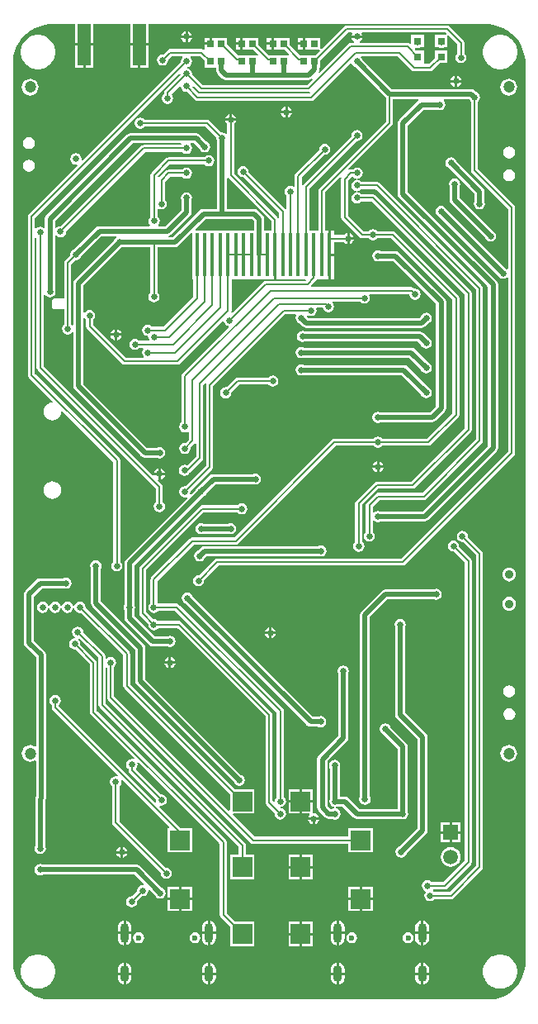
<source format=gtl>
G04*
G04 #@! TF.GenerationSoftware,Altium Limited,Altium Designer,20.1.7 (139)*
G04*
G04 Layer_Physical_Order=1*
G04 Layer_Color=255*
%FSLAX25Y25*%
%MOIN*%
G70*
G04*
G04 #@! TF.SameCoordinates,5ECA0F7F-463D-40B6-9D18-12E9E7DCF4CC*
G04*
G04*
G04 #@! TF.FilePolarity,Positive*
G04*
G01*
G75*
%ADD10C,0.00787*%
%ADD32R,0.02756X0.02756*%
%ADD33R,0.07874X0.07874*%
%ADD34R,0.07874X0.07874*%
%ADD35R,0.03150X0.03150*%
%ADD36R,0.01575X0.17717*%
%ADD37R,0.05315X0.16535*%
%ADD38C,0.01968*%
%ADD39R,0.05906X0.05906*%
%ADD40C,0.05906*%
%ADD41C,0.03543*%
%ADD42C,0.04724*%
%ADD43O,0.03543X0.06693*%
%ADD44O,0.03543X0.07874*%
%ADD45C,0.02362*%
%ADD46C,0.02500*%
G36*
X405991Y670998D02*
X405998Y670998D01*
X407048Y670998D01*
X409127Y670725D01*
X411152Y670182D01*
X413090Y669380D01*
X414905Y668332D01*
X416569Y667056D01*
X418052Y665574D01*
X419329Y663910D01*
X420377Y662095D01*
X421180Y660158D01*
X421724Y658133D01*
X421998Y656054D01*
X421998Y655505D01*
X421999Y655005D01*
X421999Y655004D01*
X421999Y654503D01*
X421999Y292504D01*
X421999Y291523D01*
X421743Y289585D01*
X421238Y287697D01*
X420490Y285891D01*
X419512Y284198D01*
X418322Y282648D01*
X416940Y281265D01*
X415389Y280076D01*
X413697Y279098D01*
X411891Y278350D01*
X410003Y277844D01*
X408065Y277589D01*
X407088D01*
X407050Y277589D01*
X407050Y277589D01*
X406975Y277583D01*
X406974Y277583D01*
X406900Y277572D01*
X406899Y277571D01*
X406826Y277554D01*
X406790Y277544D01*
X406790Y277544D01*
Y277544D01*
X372316Y277544D01*
X266772D01*
X231500Y277544D01*
X231000Y277544D01*
X231000Y277544D01*
X231000Y277544D01*
X229951D01*
X227872Y277818D01*
X225846Y278360D01*
X223909Y279163D01*
X222093Y280212D01*
X220429Y281488D01*
X218946Y282971D01*
X217669Y284635D01*
X216621Y286451D01*
X215818Y288389D01*
X215275Y290415D01*
X215002Y292494D01*
Y293542D01*
X215001Y293553D01*
X215001Y293560D01*
X215002Y655031D01*
X215003Y656078D01*
X215281Y658154D01*
X215826Y660177D01*
X216630Y662111D01*
X217680Y663923D01*
X218957Y665584D01*
X220440Y667063D01*
X222102Y668337D01*
X223917Y669383D01*
X225852Y670184D01*
X227876Y670725D01*
X229953Y670998D01*
X231002D01*
X231008Y670998D01*
X231012Y670998D01*
X231013Y670999D01*
X240220D01*
Y663213D01*
X247535D01*
Y670999D01*
X262464D01*
Y663213D01*
X269779D01*
Y670999D01*
X405986Y670999D01*
X405991Y670998D01*
D02*
G37*
%LPC*%
G36*
X285657Y668076D02*
Y666382D01*
X287352D01*
X287277Y666760D01*
X286780Y667504D01*
X286035Y668001D01*
X285657Y668076D01*
D02*
G37*
G36*
X284657D02*
X284279Y668001D01*
X283535Y667504D01*
X283038Y666760D01*
X282963Y666382D01*
X284657D01*
Y668076D01*
D02*
G37*
G36*
X287352Y665382D02*
X285657D01*
Y663687D01*
X286035Y663762D01*
X286780Y664260D01*
X287277Y665004D01*
X287352Y665382D01*
D02*
G37*
G36*
X284657D02*
X282963D01*
X283038Y665004D01*
X283535Y664260D01*
X284279Y663762D01*
X284657Y663687D01*
Y665382D01*
D02*
G37*
G36*
X319500Y665464D02*
X317622D01*
Y663587D01*
X319500D01*
Y665464D01*
D02*
G37*
G36*
X332038D02*
X330160D01*
Y663587D01*
X332038D01*
Y665464D01*
D02*
G37*
G36*
X306962D02*
X305084D01*
Y663587D01*
X306962D01*
Y665464D01*
D02*
G37*
G36*
X294424D02*
X292546D01*
Y663587D01*
X294424D01*
Y665464D01*
D02*
G37*
G36*
X319500Y662586D02*
X317622D01*
Y660709D01*
X319500D01*
Y662586D01*
D02*
G37*
G36*
X306962Y662586D02*
X305084D01*
Y660709D01*
X306962D01*
Y662586D01*
D02*
G37*
G36*
X332038D02*
X330160D01*
Y660709D01*
X332038D01*
Y662586D01*
D02*
G37*
G36*
X390500Y670421D02*
X349987D01*
X349443Y670313D01*
X348982Y670005D01*
X339747Y660769D01*
X339247Y660977D01*
X339247Y661094D01*
X339247Y661094D01*
X339247Y661098D01*
Y665464D01*
X333038D01*
Y663087D01*
Y660709D01*
X338858Y660709D01*
X338861D01*
X338861D01*
X338979Y660709D01*
X339060Y660513D01*
X339186Y660209D01*
X337237Y658260D01*
X331691D01*
X331554Y658287D01*
X331140D01*
X326709Y662718D01*
Y665464D01*
X320500D01*
Y663087D01*
Y660709D01*
X324699D01*
X326648Y658760D01*
X326441Y658260D01*
X326323Y658260D01*
X326323Y658260D01*
X326320Y658260D01*
X319153D01*
X319016Y658287D01*
X318602D01*
X314171Y662718D01*
Y665464D01*
X307962D01*
Y663087D01*
Y660709D01*
X312161D01*
X314110Y658760D01*
X313903Y658260D01*
X313785Y658260D01*
X313785Y658260D01*
X313782Y658260D01*
X306615D01*
X306478Y658287D01*
X306064D01*
X301632Y662718D01*
Y665464D01*
X295424D01*
Y663087D01*
X294924D01*
Y662586D01*
X292546D01*
Y661098D01*
X292546Y660949D01*
X292061Y660671D01*
X291849Y660813D01*
X291306Y660921D01*
X278500D01*
X277956Y660813D01*
X277495Y660505D01*
X275737Y658747D01*
X275500Y658794D01*
X274622Y658619D01*
X273878Y658122D01*
X273380Y657378D01*
X273206Y656500D01*
X273380Y655622D01*
X273878Y654878D01*
X274622Y654381D01*
X275500Y654206D01*
X276378Y654381D01*
X277122Y654878D01*
X277620Y655622D01*
X277794Y656500D01*
X277747Y656737D01*
X279089Y658079D01*
X283496D01*
X283647Y657579D01*
X283535Y657504D01*
X283038Y656760D01*
X282863Y655882D01*
X282910Y655645D01*
X243163Y615897D01*
X242702Y616143D01*
X242794Y616606D01*
X242619Y617484D01*
X242122Y618228D01*
X241378Y618726D01*
X240500Y618900D01*
X239622Y618726D01*
X238878Y618228D01*
X238381Y617484D01*
X238206Y616606D01*
X238381Y615728D01*
X238878Y614984D01*
X239622Y614487D01*
X240500Y614312D01*
X240963Y614404D01*
X241209Y613943D01*
X221495Y594229D01*
X221187Y593768D01*
X221079Y593224D01*
Y529500D01*
X221187Y528956D01*
X221495Y528495D01*
X231219Y518772D01*
X230997Y518324D01*
X230953Y518329D01*
X230024Y518207D01*
X229158Y517848D01*
X228415Y517278D01*
X227844Y516535D01*
X227485Y515669D01*
X227363Y514740D01*
X227485Y513810D01*
X227844Y512945D01*
X228415Y512201D01*
X229158Y511631D01*
X230024Y511272D01*
X230953Y511150D01*
X231882Y511272D01*
X232748Y511631D01*
X233491Y512201D01*
X234062Y512945D01*
X234420Y513810D01*
X234543Y514740D01*
X234537Y514784D01*
X234985Y515005D01*
X255579Y494411D01*
Y454257D01*
X255378Y454122D01*
X254880Y453378D01*
X254706Y452500D01*
X254880Y451622D01*
X255378Y450878D01*
X256122Y450381D01*
X257000Y450206D01*
X257878Y450381D01*
X258622Y450878D01*
X259120Y451622D01*
X259294Y452500D01*
X259120Y453378D01*
X258622Y454122D01*
X258421Y454257D01*
Y495000D01*
X258313Y495544D01*
X258005Y496005D01*
X223921Y530089D01*
Y584769D01*
X224421Y585015D01*
X224579Y584893D01*
Y532500D01*
X224687Y531956D01*
X224995Y531495D01*
X272787Y483704D01*
Y478250D01*
X272585Y478116D01*
X272088Y477372D01*
X271914Y476494D01*
X272088Y475616D01*
X272585Y474871D01*
X273330Y474374D01*
X274208Y474199D01*
X275085Y474374D01*
X275830Y474871D01*
X276327Y475616D01*
X276502Y476494D01*
X276327Y477372D01*
X275830Y478116D01*
X275629Y478250D01*
Y484292D01*
X275520Y484836D01*
X275212Y485297D01*
X273614Y486895D01*
X273708Y487070D01*
Y489081D01*
X271696D01*
X271522Y488988D01*
X227421Y533089D01*
Y561676D01*
X227522Y561759D01*
X228188Y561662D01*
X228378Y561378D01*
X229122Y560881D01*
X230000Y560706D01*
X230878Y560881D01*
X231622Y561378D01*
X232119Y562122D01*
X232294Y563000D01*
X232119Y563878D01*
X232023Y564022D01*
Y585633D01*
X232523Y585785D01*
X232628Y585628D01*
X233372Y585131D01*
X234250Y584956D01*
X235128Y585131D01*
X235872Y585628D01*
X236369Y586372D01*
X236544Y587250D01*
X236497Y587487D01*
X268470Y619461D01*
X283401D01*
X283535Y619260D01*
X284279Y618762D01*
X285157Y618588D01*
X286035Y618762D01*
X286780Y619260D01*
X287277Y620004D01*
X287452Y620882D01*
X287277Y621760D01*
X286798Y622477D01*
X286858Y622762D01*
X286923Y622977D01*
X288162D01*
X290347Y620792D01*
X290381Y620622D01*
X290878Y619878D01*
X291622Y619381D01*
X292500Y619206D01*
X293378Y619381D01*
X294122Y619878D01*
X294619Y620622D01*
X294794Y621500D01*
X294619Y622378D01*
X294122Y623122D01*
X293378Y623619D01*
X293208Y623653D01*
X290431Y626431D01*
X289774Y626869D01*
X289000Y627023D01*
X262500D01*
X261726Y626869D01*
X261069Y626431D01*
X228569Y593931D01*
X228131Y593274D01*
X227977Y592500D01*
Y588923D01*
X227477Y588719D01*
X226878Y589119D01*
X226000Y589294D01*
X225122Y589119D01*
X224421Y588651D01*
X223921Y588770D01*
Y592636D01*
X282154Y650869D01*
X282686Y650694D01*
X282722Y650456D01*
X276495Y644229D01*
X276187Y643768D01*
X276079Y643224D01*
Y642757D01*
X275878Y642622D01*
X275380Y641878D01*
X275206Y641000D01*
X275380Y640122D01*
X275878Y639378D01*
X276622Y638881D01*
X277500Y638706D01*
X278378Y638881D01*
X279122Y639378D01*
X279620Y640122D01*
X279794Y641000D01*
X279620Y641878D01*
X279122Y642622D01*
X279103Y642818D01*
X282427Y646142D01*
X282868Y645906D01*
X282863Y645882D01*
X283038Y645004D01*
X283535Y644260D01*
X284279Y643762D01*
X285157Y643588D01*
X285395Y643635D01*
X288534Y640495D01*
X288995Y640187D01*
X289539Y640079D01*
X335500D01*
X336044Y640187D01*
X336505Y640495D01*
X351408Y655398D01*
X351886Y655253D01*
X351936Y655004D01*
X352433Y654260D01*
X353177Y653762D01*
X353347Y653728D01*
X365774Y641302D01*
X365784Y641295D01*
Y631793D01*
X338743Y604753D01*
X338435Y604292D01*
X338327Y603748D01*
Y587858D01*
X334870D01*
Y604860D01*
X353763Y623753D01*
X354000Y623706D01*
X354878Y623881D01*
X355622Y624378D01*
X356119Y625122D01*
X356294Y626000D01*
X356119Y626878D01*
X355622Y627622D01*
X354878Y628119D01*
X354000Y628294D01*
X353122Y628119D01*
X352378Y627622D01*
X351881Y626878D01*
X351706Y626000D01*
X351753Y625763D01*
X332444Y606454D01*
X332220Y606119D01*
X331720Y606270D01*
Y609211D01*
X340763Y618253D01*
X341000Y618206D01*
X341878Y618381D01*
X342622Y618878D01*
X343120Y619622D01*
X343294Y620500D01*
X343120Y621378D01*
X342622Y622122D01*
X341878Y622619D01*
X341000Y622794D01*
X340122Y622619D01*
X339378Y622122D01*
X338880Y621378D01*
X338706Y620500D01*
X338753Y620263D01*
X329294Y610804D01*
X328986Y610343D01*
X328878Y609799D01*
Y605552D01*
X328378Y605285D01*
X327878Y605619D01*
X327000Y605794D01*
X326122Y605619D01*
X325378Y605122D01*
X324881Y604378D01*
X324706Y603500D01*
X324881Y602622D01*
X325378Y601878D01*
X325579Y601743D01*
Y596545D01*
X325079Y596394D01*
X325005Y596505D01*
X310247Y611263D01*
X310294Y611500D01*
X310120Y612378D01*
X309622Y613122D01*
X308878Y613619D01*
X308000Y613794D01*
X307122Y613619D01*
X306378Y613122D01*
X305880Y612378D01*
X305706Y611500D01*
X305880Y610622D01*
X306378Y609878D01*
X307122Y609381D01*
X308000Y609206D01*
X308237Y609253D01*
X322579Y594911D01*
Y592971D01*
X322079Y592819D01*
X321855Y593154D01*
X304421Y610589D01*
Y630743D01*
X304622Y630878D01*
X305119Y631622D01*
X305195Y632000D01*
X300805D01*
X300881Y631622D01*
X301378Y630878D01*
X301579Y630743D01*
Y626770D01*
X301079Y626651D01*
X300378Y627119D01*
X299500Y627294D01*
X299263Y627247D01*
X294505Y632005D01*
X294044Y632313D01*
X293500Y632421D01*
X268257D01*
X268122Y632622D01*
X267378Y633119D01*
X266500Y633294D01*
X265622Y633119D01*
X264878Y632622D01*
X264381Y631878D01*
X264206Y631000D01*
X264381Y630122D01*
X264878Y629378D01*
X265622Y628881D01*
X266500Y628706D01*
X267378Y628881D01*
X268122Y629378D01*
X268257Y629579D01*
X292911D01*
X297253Y625237D01*
X297206Y625000D01*
X297380Y624122D01*
X297477Y623978D01*
Y596523D01*
X292000D01*
X291226Y596369D01*
X290569Y595931D01*
X279662Y585023D01*
X277782D01*
X277732Y585523D01*
X278274Y585631D01*
X278931Y586069D01*
X286588Y593727D01*
X287027Y594383D01*
X287180Y595157D01*
Y599860D01*
X287277Y600004D01*
X287452Y600882D01*
X287277Y601760D01*
X286780Y602504D01*
X286035Y603001D01*
X285157Y603176D01*
X284279Y603001D01*
X283535Y602504D01*
X283038Y601760D01*
X282863Y600882D01*
X283038Y600004D01*
X283134Y599860D01*
Y595995D01*
X276662Y589523D01*
X273889D01*
X273742Y590023D01*
X274187Y590690D01*
X274362Y591568D01*
X274187Y592446D01*
X273690Y593190D01*
X273489Y593325D01*
Y596273D01*
X273930Y596509D01*
X274122Y596381D01*
X275000Y596206D01*
X275878Y596381D01*
X276622Y596878D01*
X277119Y597622D01*
X277294Y598500D01*
X277119Y599378D01*
X276622Y600122D01*
X276421Y600257D01*
Y607411D01*
X278470Y609461D01*
X283401D01*
X283535Y609260D01*
X284279Y608762D01*
X285157Y608588D01*
X286035Y608762D01*
X286780Y609260D01*
X287277Y610004D01*
X287452Y610882D01*
X287277Y611760D01*
X286780Y612504D01*
X286035Y613001D01*
X285157Y613176D01*
X284279Y613001D01*
X283535Y612504D01*
X283401Y612303D01*
X277882D01*
X277338Y612195D01*
X276877Y611887D01*
X274207Y609216D01*
X273673Y609389D01*
X273635Y609625D01*
X278470Y614461D01*
X292362D01*
X292496Y614260D01*
X293240Y613762D01*
X294118Y613588D01*
X294996Y613762D01*
X295740Y614260D01*
X296238Y615004D01*
X296412Y615882D01*
X296238Y616760D01*
X295740Y617504D01*
X294996Y618001D01*
X294118Y618176D01*
X293240Y618001D01*
X292496Y617504D01*
X292362Y617303D01*
X277882D01*
X277338Y617195D01*
X276877Y616887D01*
X271063Y611073D01*
X270755Y610612D01*
X270647Y610068D01*
Y593325D01*
X270446Y593190D01*
X269949Y592446D01*
X269774Y591568D01*
X269949Y590690D01*
X270394Y590023D01*
X270247Y589523D01*
X250000D01*
X249226Y589369D01*
X248569Y588931D01*
X239792Y580153D01*
X239622Y580119D01*
X238878Y579622D01*
X238381Y578878D01*
X238206Y578000D01*
X238253Y577763D01*
X236118Y575627D01*
X235810Y575166D01*
X235701Y574622D01*
Y560433D01*
X231791D01*
X231401Y560355D01*
X231070Y560134D01*
X230849Y559804D01*
X230771Y559413D01*
Y557051D01*
X230849Y556661D01*
X231070Y556330D01*
X231401Y556109D01*
X231791Y556032D01*
X235701D01*
Y549879D01*
X235500Y549745D01*
X235003Y549000D01*
X234828Y548122D01*
X235003Y547245D01*
X235500Y546500D01*
X236245Y546003D01*
X237122Y545828D01*
X238000Y546003D01*
X238745Y546500D01*
X238977Y546848D01*
X239477Y546696D01*
Y525000D01*
X239631Y524226D01*
X240069Y523569D01*
X266916Y496723D01*
X267573Y496284D01*
X268347Y496130D01*
X273339D01*
X273483Y496034D01*
X274361Y495859D01*
X275239Y496034D01*
X275983Y496531D01*
X276480Y497275D01*
X276655Y498153D01*
X276480Y499031D01*
X275983Y499775D01*
X275239Y500273D01*
X274361Y500447D01*
X273483Y500273D01*
X273339Y500176D01*
X269185D01*
X243523Y525838D01*
Y552257D01*
X244023Y552409D01*
X244378Y551878D01*
X244579Y551743D01*
Y549000D01*
X244687Y548456D01*
X244995Y547995D01*
X258995Y533995D01*
X259456Y533687D01*
X260000Y533579D01*
X281500D01*
X282044Y533687D01*
X282505Y533995D01*
X299748Y551238D01*
X300291Y551074D01*
X300380Y550622D01*
X300878Y549878D01*
X301622Y549381D01*
X302074Y549291D01*
X302238Y548748D01*
X283495Y530005D01*
X283187Y529544D01*
X283079Y529000D01*
Y522690D01*
X283032Y522453D01*
Y510343D01*
X282831Y510209D01*
X282333Y509465D01*
X282159Y508587D01*
X282333Y507709D01*
X282831Y506964D01*
X283575Y506467D01*
X284453Y506292D01*
X285331Y506467D01*
X285579Y506633D01*
X286079Y506366D01*
Y503497D01*
X284690Y502108D01*
X284453Y502156D01*
X283575Y501981D01*
X282831Y501484D01*
X282333Y500739D01*
X282159Y499862D01*
X282333Y498984D01*
X282831Y498239D01*
X283575Y497742D01*
X284453Y497568D01*
X285331Y497742D01*
X286075Y498239D01*
X286572Y498984D01*
X286747Y499862D01*
X286700Y500099D01*
X288505Y501904D01*
X288579Y502015D01*
X289079Y501863D01*
Y496589D01*
X285512Y493021D01*
X285262Y493188D01*
X284384Y493362D01*
X283507Y493188D01*
X282762Y492691D01*
X282265Y491946D01*
X282090Y491068D01*
X282265Y490190D01*
X282762Y489446D01*
X283507Y488949D01*
X284384Y488774D01*
X285262Y488949D01*
X286007Y489446D01*
X286295Y489878D01*
X286573Y490063D01*
X291505Y494995D01*
X291813Y495456D01*
X291921Y496000D01*
Y525411D01*
X292757Y526247D01*
X292912Y526174D01*
X293169Y525952D01*
X293079Y525500D01*
Y493047D01*
X284690Y484658D01*
X284453Y484706D01*
X283575Y484531D01*
X282831Y484034D01*
X282333Y483289D01*
X282159Y482412D01*
X282333Y481534D01*
X282831Y480789D01*
X283575Y480292D01*
X284453Y480118D01*
X285244Y480275D01*
X285451Y480043D01*
X285539Y479862D01*
X260677Y455001D01*
X260239Y454345D01*
X260085Y453570D01*
Y436822D01*
X259988Y436678D01*
X259813Y435800D01*
X259988Y434922D01*
X260085Y434778D01*
Y431392D01*
X260239Y430618D01*
X260677Y429962D01*
X270069Y420569D01*
X270726Y420131D01*
X271500Y419977D01*
X277478D01*
X277622Y419881D01*
X278500Y419706D01*
X279378Y419881D01*
X280122Y420378D01*
X280620Y421122D01*
X280794Y422000D01*
X280620Y422878D01*
X280122Y423622D01*
X279378Y424119D01*
X278500Y424294D01*
X277622Y424119D01*
X277478Y424023D01*
X272338D01*
X264131Y432230D01*
Y434778D01*
X264227Y434922D01*
X264402Y435800D01*
X264227Y436678D01*
X264131Y436822D01*
Y452732D01*
X291657Y480258D01*
X291827Y480292D01*
X292571Y480789D01*
X293068Y481534D01*
X293102Y481704D01*
X296875Y485477D01*
X311978D01*
X312122Y485381D01*
X313000Y485206D01*
X313878Y485381D01*
X314622Y485878D01*
X315120Y486622D01*
X315294Y487500D01*
X315120Y488378D01*
X314622Y489122D01*
X313878Y489619D01*
X313000Y489794D01*
X312122Y489619D01*
X311978Y489523D01*
X296037D01*
X295263Y489369D01*
X294607Y488931D01*
X290241Y484565D01*
X290071Y484531D01*
X289327Y484034D01*
X288829Y483289D01*
X288795Y483119D01*
X287002Y481326D01*
X286822Y481413D01*
X286590Y481621D01*
X286747Y482412D01*
X286700Y482649D01*
X295505Y491454D01*
X295813Y491915D01*
X295921Y492459D01*
Y524911D01*
X325089Y554079D01*
X329319D01*
X329554Y553638D01*
X329380Y553378D01*
X329206Y552500D01*
X329380Y551622D01*
X329878Y550878D01*
X330622Y550381D01*
X330792Y550347D01*
X332069Y549069D01*
X332726Y548631D01*
X333500Y548477D01*
X380088D01*
X380863Y548631D01*
X381519Y549069D01*
X382708Y550258D01*
X382878Y550292D01*
X383622Y550789D01*
X384120Y551534D01*
X384294Y552412D01*
X384120Y553290D01*
X383622Y554034D01*
X382878Y554531D01*
X382000Y554706D01*
X381122Y554531D01*
X380378Y554034D01*
X379880Y553290D01*
X379847Y553119D01*
X379250Y552523D01*
X334338D01*
X333695Y553166D01*
X333663Y553420D01*
X334130Y553709D01*
X334622Y553381D01*
X335500Y553206D01*
X336378Y553381D01*
X337122Y553878D01*
X337619Y554622D01*
X337794Y555500D01*
X337650Y556223D01*
X337945Y556723D01*
X340261D01*
X340381Y556122D01*
X340878Y555378D01*
X341622Y554881D01*
X342500Y554706D01*
X343378Y554881D01*
X344122Y555378D01*
X344619Y556122D01*
X344794Y557000D01*
X344619Y557878D01*
X344151Y558579D01*
X344270Y559079D01*
X355243D01*
X355378Y558878D01*
X356122Y558381D01*
X357000Y558206D01*
X357878Y558381D01*
X358622Y558878D01*
X359120Y559622D01*
X359294Y560500D01*
X359120Y561378D01*
X358946Y561638D01*
X359181Y562079D01*
X375141D01*
X375206Y562000D01*
X375380Y561122D01*
X375878Y560378D01*
X376622Y559881D01*
X377500Y559706D01*
X378378Y559881D01*
X379122Y560378D01*
X379620Y561122D01*
X379794Y562000D01*
X379620Y562878D01*
X379122Y563622D01*
X378378Y564119D01*
X377500Y564294D01*
X377263Y564247D01*
X377005Y564505D01*
X376544Y564813D01*
X376000Y564921D01*
X335638D01*
X335431Y565421D01*
X337603Y567594D01*
X337911Y568055D01*
X337929Y568142D01*
X342398D01*
Y578000D01*
Y587858D01*
X341169D01*
Y603159D01*
X347257Y609247D01*
X347412Y609174D01*
X347669Y608952D01*
X347579Y608500D01*
Y593000D01*
X347687Y592456D01*
X347995Y591995D01*
X354995Y584995D01*
X355456Y584687D01*
X356000Y584579D01*
X358743D01*
X358878Y584378D01*
X359622Y583881D01*
X360500Y583706D01*
X361378Y583881D01*
X362122Y584378D01*
X362257Y584579D01*
X367911D01*
X392579Y559911D01*
Y514089D01*
X382323Y503833D01*
X364268D01*
X364134Y504034D01*
X363390Y504531D01*
X362512Y504706D01*
X361634Y504531D01*
X360890Y504034D01*
X360755Y503833D01*
X344912D01*
X344368Y503724D01*
X343907Y503416D01*
X304411Y463921D01*
X287500D01*
X286956Y463813D01*
X286495Y463505D01*
X270968Y447977D01*
X270660Y447516D01*
X270552Y446973D01*
Y437557D01*
X270350Y437422D01*
X269853Y436678D01*
X269678Y435800D01*
X269853Y434922D01*
X270350Y434178D01*
X271095Y433681D01*
X271973Y433506D01*
X272850Y433681D01*
X273595Y434178D01*
X273729Y434379D01*
X280611D01*
X321640Y393351D01*
Y359290D01*
X321439Y359156D01*
X320941Y358412D01*
X320767Y357534D01*
X320772Y357509D01*
X320331Y357274D01*
X319921Y357683D01*
Y392500D01*
X319813Y393044D01*
X319505Y393505D01*
X283205Y429805D01*
X282744Y430113D01*
X282200Y430221D01*
X273729D01*
X273595Y430422D01*
X272850Y430919D01*
X271973Y431094D01*
X271735Y431047D01*
X268921Y433861D01*
Y450911D01*
X292089Y474079D01*
X305743D01*
X305878Y473878D01*
X306622Y473381D01*
X307500Y473206D01*
X308378Y473381D01*
X309122Y473878D01*
X309619Y474622D01*
X309794Y475500D01*
X309619Y476378D01*
X309122Y477122D01*
X308378Y477619D01*
X307500Y477794D01*
X306622Y477619D01*
X305878Y477122D01*
X305743Y476921D01*
X291500D01*
X290956Y476813D01*
X290495Y476505D01*
X266495Y452505D01*
X266187Y452044D01*
X266079Y451500D01*
Y433273D01*
X266187Y432729D01*
X266495Y432268D01*
X269726Y429037D01*
X269678Y428800D01*
X269853Y427922D01*
X270350Y427178D01*
X271095Y426681D01*
X271973Y426506D01*
X272850Y426681D01*
X273595Y427178D01*
X273729Y427379D01*
X281611D01*
X317079Y391911D01*
Y357094D01*
X317187Y356551D01*
X317495Y356090D01*
X320851Y352733D01*
X320804Y352496D01*
X320979Y351618D01*
X321476Y350874D01*
X322220Y350377D01*
X323098Y350202D01*
X323976Y350377D01*
X324721Y350874D01*
X325218Y351618D01*
X325393Y352496D01*
X325218Y353374D01*
X324721Y354118D01*
X323976Y354615D01*
X323231Y354764D01*
Y355274D01*
X323939Y355414D01*
X324683Y355912D01*
X325180Y356656D01*
X325355Y357534D01*
X325180Y358412D01*
X324683Y359156D01*
X324482Y359290D01*
Y393939D01*
X324374Y394483D01*
X324065Y394944D01*
X282205Y436805D01*
X281744Y437113D01*
X281200Y437221D01*
X273729D01*
X273595Y437422D01*
X273394Y437557D01*
Y446384D01*
X288089Y461079D01*
X305000D01*
X305544Y461187D01*
X306005Y461495D01*
X345500Y500991D01*
X360755D01*
X360890Y500789D01*
X361634Y500292D01*
X362512Y500117D01*
X363390Y500292D01*
X364134Y500789D01*
X364268Y500991D01*
X382912D01*
X383455Y501099D01*
X383916Y501407D01*
X395005Y512495D01*
X395313Y512956D01*
X395421Y513500D01*
Y560500D01*
X395313Y561044D01*
X395005Y561505D01*
X369505Y587005D01*
X369044Y587313D01*
X368500Y587421D01*
X362257D01*
X362122Y587622D01*
X361378Y588119D01*
X360500Y588294D01*
X359622Y588119D01*
X358878Y587622D01*
X358743Y587421D01*
X356589D01*
X350421Y593589D01*
Y607911D01*
X351851Y609342D01*
X352405Y609302D01*
X352433Y609260D01*
X353177Y608762D01*
X353809Y608637D01*
Y608127D01*
X353177Y608001D01*
X352433Y607504D01*
X351936Y606760D01*
X351761Y605882D01*
X351936Y605004D01*
X352433Y604260D01*
X353177Y603762D01*
X353809Y603637D01*
Y603127D01*
X353177Y603001D01*
X352433Y602504D01*
X351936Y601760D01*
X351761Y600882D01*
X351936Y600004D01*
X352433Y599260D01*
X353177Y598762D01*
X354055Y598588D01*
X354933Y598762D01*
X355677Y599260D01*
X355812Y599461D01*
X360030D01*
X397579Y561911D01*
Y508089D01*
X375911Y486421D01*
X362000D01*
X361456Y486313D01*
X360995Y486005D01*
X353700Y478710D01*
X353392Y478249D01*
X353284Y477705D01*
Y462201D01*
X353083Y462067D01*
X352586Y461322D01*
X352411Y460444D01*
X352586Y459566D01*
X353083Y458822D01*
X353827Y458325D01*
X354705Y458150D01*
X355583Y458325D01*
X356327Y458822D01*
X356824Y459566D01*
X356999Y460444D01*
X356824Y461322D01*
X356327Y462067D01*
X356126Y462201D01*
Y477116D01*
X362589Y483579D01*
X376500D01*
X377044Y483687D01*
X377505Y483995D01*
X400005Y506495D01*
X400313Y506956D01*
X400421Y507500D01*
X400421Y507500D01*
Y562500D01*
X400313Y563044D01*
X400005Y563505D01*
X361623Y601887D01*
X361162Y602195D01*
X360618Y602303D01*
X355812D01*
X355677Y602504D01*
X354933Y603001D01*
X354302Y603127D01*
Y603637D01*
X354933Y603762D01*
X355677Y604260D01*
X355812Y604461D01*
X361530D01*
X402079Y563911D01*
Y503589D01*
X380411Y481921D01*
X362500D01*
X361956Y481813D01*
X361495Y481505D01*
X357995Y478005D01*
X357687Y477544D01*
X357579Y477000D01*
Y466257D01*
X357378Y466122D01*
X356880Y465378D01*
X356706Y464500D01*
X356880Y463622D01*
X357378Y462878D01*
X358122Y462381D01*
X359000Y462206D01*
X359878Y462381D01*
X360622Y462878D01*
X361120Y463622D01*
X361294Y464500D01*
X361120Y465378D01*
X360622Y466122D01*
X360421Y466257D01*
Y470647D01*
X360563Y470690D01*
X360921Y470768D01*
X361634Y470292D01*
X362512Y470118D01*
X363390Y470292D01*
X363534Y470389D01*
X381412D01*
X382186Y470542D01*
X382842Y470981D01*
X410431Y498569D01*
X410869Y499226D01*
X411023Y500000D01*
Y566000D01*
X410869Y566774D01*
X410431Y567431D01*
X374523Y603338D01*
Y630162D01*
X380838Y636477D01*
X386478D01*
X386622Y636381D01*
X387500Y636206D01*
X388378Y636381D01*
X389122Y636878D01*
X389619Y637622D01*
X389794Y638500D01*
X389619Y639378D01*
X389122Y640122D01*
X388992Y640209D01*
X389144Y640709D01*
X399359D01*
X399377Y640622D01*
X399874Y639878D01*
X400059Y639754D01*
Y612020D01*
X400168Y611476D01*
X400476Y611015D01*
X415079Y596411D01*
Y572270D01*
X414579Y572151D01*
X413878Y572619D01*
X413708Y572653D01*
X390153Y596208D01*
X390120Y596378D01*
X389622Y597122D01*
X388878Y597619D01*
X388000Y597794D01*
X387122Y597619D01*
X386378Y597122D01*
X385880Y596378D01*
X385706Y595500D01*
X385880Y594622D01*
X386378Y593878D01*
X387122Y593381D01*
X387292Y593347D01*
X410847Y569792D01*
X410881Y569622D01*
X411378Y568878D01*
X412122Y568381D01*
X413000Y568206D01*
X413878Y568381D01*
X414579Y568849D01*
X415079Y568730D01*
Y498589D01*
X371911Y455421D01*
X297500D01*
X296956Y455313D01*
X296495Y455005D01*
X290237Y448747D01*
X290000Y448794D01*
X289122Y448619D01*
X288378Y448122D01*
X287880Y447378D01*
X287706Y446500D01*
X287880Y445622D01*
X288378Y444878D01*
X289122Y444381D01*
X290000Y444206D01*
X290878Y444381D01*
X291622Y444878D01*
X292120Y445622D01*
X292294Y446500D01*
X292247Y446737D01*
X298089Y452579D01*
X372500D01*
X373044Y452687D01*
X373505Y452995D01*
X417505Y496995D01*
X417813Y497456D01*
X417921Y498000D01*
Y597000D01*
X417813Y597544D01*
X417505Y598005D01*
X402901Y612608D01*
Y639733D01*
X403118Y639878D01*
X403616Y640622D01*
X403790Y641500D01*
X403616Y642378D01*
X403118Y643122D01*
X402374Y643619D01*
X402204Y643653D01*
X401694Y644163D01*
X401038Y644601D01*
X400264Y644755D01*
X368043D01*
X356208Y656590D01*
X356175Y656760D01*
X355677Y657504D01*
X355565Y657579D01*
X355717Y658079D01*
X370411D01*
X375995Y652495D01*
X376456Y652187D01*
X377000Y652079D01*
X383650D01*
X384193Y652187D01*
X384654Y652495D01*
X387435Y655276D01*
X390575D01*
Y660425D01*
X385425D01*
Y657285D01*
X383061Y654921D01*
X381426D01*
X381075Y655276D01*
Y660425D01*
X377935D01*
X377588Y660772D01*
X377595Y661469D01*
X377622Y661495D01*
X378500Y661320D01*
X379378Y661495D01*
X379498Y661575D01*
X381075D01*
Y666724D01*
X375925D01*
Y663088D01*
X375463Y662897D01*
X375355Y663005D01*
X374894Y663313D01*
X374350Y663421D01*
X355322D01*
X355171Y663921D01*
X355677Y664260D01*
X356175Y665004D01*
X356250Y665382D01*
X351861D01*
X351936Y665004D01*
X352433Y664260D01*
X352940Y663921D01*
X352788Y663421D01*
X351500D01*
X350956Y663313D01*
X350495Y663005D01*
X338844Y651354D01*
X338456Y651673D01*
X338738Y652095D01*
X338892Y652869D01*
Y653504D01*
X339247D01*
Y656250D01*
X350575Y667579D01*
X351882D01*
X352149Y667079D01*
X351936Y666760D01*
X351861Y666382D01*
X356250D01*
X356175Y666760D01*
X355961Y667079D01*
X356229Y667579D01*
X389911D01*
X390266Y667224D01*
X390059Y666724D01*
X385425D01*
Y661575D01*
X387002D01*
X387122Y661495D01*
X388000Y661320D01*
X388878Y661495D01*
X388998Y661575D01*
X390575D01*
Y666209D01*
X391075Y666416D01*
X394579Y662911D01*
Y659257D01*
X394378Y659122D01*
X393881Y658378D01*
X393706Y657500D01*
X393881Y656622D01*
X394378Y655878D01*
X395122Y655381D01*
X396000Y655206D01*
X396878Y655381D01*
X397622Y655878D01*
X398119Y656622D01*
X398294Y657500D01*
X398119Y658378D01*
X397622Y659122D01*
X397421Y659257D01*
Y663500D01*
X397313Y664044D01*
X397005Y664505D01*
X391505Y670005D01*
X391044Y670313D01*
X390500Y670421D01*
D02*
G37*
G36*
X269779Y662213D02*
X266622D01*
Y653445D01*
X269779D01*
Y662213D01*
D02*
G37*
G36*
X265622D02*
X262464D01*
Y653445D01*
X265622D01*
Y662213D01*
D02*
G37*
G36*
X247535D02*
X244378D01*
Y653445D01*
X247535D01*
Y662213D01*
D02*
G37*
G36*
X243378D02*
X240220D01*
Y653445D01*
X243378D01*
Y662213D01*
D02*
G37*
G36*
X412430Y666633D02*
X411266D01*
X411168Y666613D01*
X411067D01*
X409926Y666387D01*
X409834Y666348D01*
X409735Y666328D01*
X408660Y665883D01*
X408577Y665828D01*
X408484Y665789D01*
X407517Y665143D01*
X407446Y665072D01*
X407362Y665016D01*
X406540Y664193D01*
X406484Y664110D01*
X406413Y664039D01*
X405767Y663072D01*
X405728Y662979D01*
X405673Y662895D01*
X405227Y661821D01*
X405208Y661722D01*
X405169Y661629D01*
X404942Y660489D01*
Y660388D01*
X404923Y660290D01*
Y659126D01*
X404942Y659028D01*
Y658927D01*
X405169Y657787D01*
X405208Y657694D01*
X405227Y657595D01*
X405673Y656521D01*
X405728Y656437D01*
X405767Y656344D01*
X406413Y655377D01*
X406484Y655306D01*
X406540Y655223D01*
X407362Y654400D01*
X407446Y654344D01*
X407517Y654273D01*
X408484Y653627D01*
X408577Y653588D01*
X408660Y653533D01*
X409735Y653087D01*
X409834Y653068D01*
X409926Y653029D01*
X411067Y652803D01*
X411168D01*
X411266Y652783D01*
X412430D01*
X412528Y652803D01*
X412628D01*
X413769Y653029D01*
X413862Y653068D01*
X413961Y653087D01*
X415035Y653533D01*
X415119Y653588D01*
X415212Y653627D01*
X416179Y654273D01*
X416250Y654344D01*
X416333Y654400D01*
X417156Y655223D01*
X417212Y655306D01*
X417283Y655377D01*
X417929Y656344D01*
X417968Y656437D01*
X418023Y656521D01*
X418468Y657595D01*
X418488Y657694D01*
X418527Y657787D01*
X418753Y658927D01*
Y659028D01*
X418773Y659126D01*
Y660290D01*
X418753Y660388D01*
Y660489D01*
X418527Y661629D01*
X418488Y661722D01*
X418468Y661821D01*
X418023Y662895D01*
X417968Y662979D01*
X417929Y663072D01*
X417283Y664039D01*
X417212Y664110D01*
X417156Y664193D01*
X416333Y665016D01*
X416250Y665072D01*
X416179Y665143D01*
X415212Y665789D01*
X415119Y665828D01*
X415035Y665883D01*
X413961Y666328D01*
X413862Y666348D01*
X413769Y666387D01*
X412628Y666613D01*
X412528D01*
X412430Y666633D01*
D02*
G37*
G36*
X225734Y666633D02*
X224570D01*
X224472Y666613D01*
X224372D01*
X223231Y666387D01*
X223138Y666348D01*
X223039Y666328D01*
X221965Y665883D01*
X221881Y665828D01*
X221788Y665789D01*
X220821Y665143D01*
X220750Y665072D01*
X220667Y665016D01*
X219844Y664193D01*
X219788Y664110D01*
X219717Y664039D01*
X219071Y663072D01*
X219033Y662979D01*
X218977Y662895D01*
X218532Y661821D01*
X218512Y661722D01*
X218474Y661629D01*
X218247Y660489D01*
Y660388D01*
X218227Y660290D01*
Y659126D01*
X218247Y659028D01*
Y658927D01*
X218474Y657787D01*
X218512Y657694D01*
X218532Y657595D01*
X218977Y656521D01*
X219033Y656437D01*
X219071Y656344D01*
X219717Y655377D01*
X219788Y655306D01*
X219844Y655223D01*
X220667Y654400D01*
X220750Y654344D01*
X220821Y654273D01*
X221788Y653627D01*
X221881Y653588D01*
X221965Y653533D01*
X223039Y653087D01*
X223138Y653068D01*
X223231Y653029D01*
X224372Y652803D01*
X224472D01*
X224570Y652783D01*
X225734D01*
X225832Y652803D01*
X225933D01*
X227074Y653029D01*
X227166Y653068D01*
X227265Y653087D01*
X228340Y653533D01*
X228423Y653588D01*
X228516Y653627D01*
X229483Y654273D01*
X229554Y654344D01*
X229638Y654400D01*
X230460Y655223D01*
X230516Y655306D01*
X230587Y655377D01*
X231233Y656344D01*
X231272Y656437D01*
X231328Y656521D01*
X231773Y657595D01*
X231792Y657694D01*
X231831Y657787D01*
X232058Y658927D01*
Y659028D01*
X232077Y659126D01*
Y660290D01*
X232058Y660388D01*
Y660489D01*
X231831Y661629D01*
X231792Y661722D01*
X231773Y661821D01*
X231328Y662895D01*
X231272Y662979D01*
X231233Y663072D01*
X230587Y664039D01*
X230516Y664110D01*
X230460Y664193D01*
X229638Y665016D01*
X229554Y665072D01*
X229483Y665143D01*
X228516Y665789D01*
X228423Y665828D01*
X228340Y665883D01*
X227265Y666328D01*
X227166Y666348D01*
X227074Y666387D01*
X225933Y666613D01*
X225832D01*
X225734Y666633D01*
D02*
G37*
G36*
X394516Y650179D02*
Y648484D01*
X396210D01*
X396135Y648862D01*
X395638Y649607D01*
X394894Y650104D01*
X394516Y650179D01*
D02*
G37*
G36*
X393516D02*
X393138Y650104D01*
X392393Y649607D01*
X391896Y648862D01*
X391821Y648484D01*
X393516D01*
Y650179D01*
D02*
G37*
G36*
X396210Y647484D02*
X394516D01*
Y645790D01*
X394894Y645865D01*
X395638Y646362D01*
X396135Y647106D01*
X396210Y647484D01*
D02*
G37*
G36*
X393516D02*
X391821D01*
X391896Y647106D01*
X392393Y646362D01*
X393138Y645865D01*
X393516Y645790D01*
Y647484D01*
D02*
G37*
G36*
X415326Y648934D02*
X414448Y648818D01*
X413630Y648480D01*
X412928Y647940D01*
X412389Y647238D01*
X412050Y646420D01*
X411934Y645543D01*
X412050Y644665D01*
X412389Y643847D01*
X412928Y643145D01*
X413630Y642606D01*
X414448Y642267D01*
X415326Y642151D01*
X416203Y642267D01*
X417021Y642606D01*
X417724Y643145D01*
X418262Y643847D01*
X418601Y644665D01*
X418717Y645543D01*
X418601Y646420D01*
X418262Y647238D01*
X417724Y647940D01*
X417021Y648480D01*
X416203Y648818D01*
X415326Y648934D01*
D02*
G37*
G36*
X222019D02*
X221141Y648818D01*
X220323Y648480D01*
X219621Y647940D01*
X219082Y647238D01*
X218743Y646420D01*
X218627Y645543D01*
X218743Y644665D01*
X219082Y643847D01*
X219621Y643145D01*
X220323Y642606D01*
X221141Y642267D01*
X222019Y642151D01*
X222896Y642267D01*
X223714Y642606D01*
X224417Y643145D01*
X224956Y643847D01*
X225294Y644665D01*
X225410Y645543D01*
X225294Y646420D01*
X224956Y647238D01*
X224417Y647940D01*
X223714Y648480D01*
X222896Y648818D01*
X222019Y648934D01*
D02*
G37*
G36*
X326012Y637683D02*
Y635988D01*
X327706D01*
X327631Y636366D01*
X327134Y637110D01*
X326390Y637608D01*
X326012Y637683D01*
D02*
G37*
G36*
X325012D02*
X324634Y637608D01*
X323890Y637110D01*
X323392Y636366D01*
X323317Y635988D01*
X325012D01*
Y637683D01*
D02*
G37*
G36*
X327706Y634988D02*
X326012D01*
Y633294D01*
X326390Y633369D01*
X327134Y633866D01*
X327631Y634610D01*
X327706Y634988D01*
D02*
G37*
G36*
X325012D02*
X323317D01*
X323392Y634610D01*
X323890Y633866D01*
X324634Y633369D01*
X325012Y633294D01*
Y634988D01*
D02*
G37*
G36*
X303500Y634695D02*
Y633000D01*
X305195D01*
X305119Y633378D01*
X304622Y634122D01*
X303878Y634619D01*
X303500Y634695D01*
D02*
G37*
G36*
X302500D02*
X302122Y634619D01*
X301378Y634122D01*
X300881Y633378D01*
X300805Y633000D01*
X302500D01*
Y634695D01*
D02*
G37*
G36*
X221500Y625424D02*
X220572Y625240D01*
X219786Y624714D01*
X219260Y623928D01*
X219075Y623000D01*
X219260Y622072D01*
X219786Y621286D01*
X220572Y620760D01*
X221500Y620576D01*
X222428Y620760D01*
X223214Y621286D01*
X223740Y622072D01*
X223924Y623000D01*
X223740Y623928D01*
X223214Y624714D01*
X222428Y625240D01*
X221500Y625424D01*
D02*
G37*
G36*
X415469Y621684D02*
X414541Y621500D01*
X413754Y620974D01*
X413229Y620188D01*
X413044Y619260D01*
X413229Y618332D01*
X413754Y617545D01*
X414541Y617020D01*
X415469Y616835D01*
X416396Y617020D01*
X417183Y617545D01*
X417709Y618332D01*
X417893Y619260D01*
X417709Y620188D01*
X417183Y620974D01*
X416396Y621500D01*
X415469Y621684D01*
D02*
G37*
G36*
X221531Y616275D02*
X220604Y616090D01*
X219817Y615565D01*
X219291Y614778D01*
X219107Y613850D01*
X219291Y612923D01*
X219817Y612136D01*
X220604Y611610D01*
X221531Y611426D01*
X222459Y611610D01*
X223246Y612136D01*
X223771Y612923D01*
X223956Y613850D01*
X223771Y614778D01*
X223246Y615565D01*
X222459Y616090D01*
X221531Y616275D01*
D02*
G37*
G36*
X415500Y612535D02*
X414572Y612350D01*
X413786Y611825D01*
X413260Y611038D01*
X413075Y610110D01*
X413260Y609182D01*
X413786Y608396D01*
X414572Y607870D01*
X415500Y607686D01*
X416428Y607870D01*
X417214Y608396D01*
X417740Y609182D01*
X417924Y610110D01*
X417740Y611038D01*
X417214Y611825D01*
X416428Y612350D01*
X415500Y612535D01*
D02*
G37*
G36*
X392000Y617294D02*
X391122Y617119D01*
X390378Y616622D01*
X389880Y615878D01*
X389706Y615000D01*
X389880Y614122D01*
X390378Y613378D01*
X391122Y612881D01*
X391292Y612847D01*
X401477Y602662D01*
Y599522D01*
X401380Y599378D01*
X401206Y598500D01*
X401380Y597622D01*
X401878Y596878D01*
X402622Y596381D01*
X403500Y596206D01*
X404378Y596381D01*
X405122Y596878D01*
X405619Y597622D01*
X405794Y598500D01*
X405619Y599378D01*
X405523Y599522D01*
Y603500D01*
X405369Y604274D01*
X404931Y604931D01*
X394153Y615708D01*
X394120Y615878D01*
X393622Y616622D01*
X392878Y617119D01*
X392000Y617294D01*
D02*
G37*
G36*
X351000Y586695D02*
Y585000D01*
X352695D01*
X352620Y585378D01*
X352122Y586122D01*
X351378Y586619D01*
X351000Y586695D01*
D02*
G37*
G36*
X393500Y608794D02*
X392622Y608619D01*
X391878Y608122D01*
X391381Y607378D01*
X391206Y606500D01*
X391381Y605622D01*
X391477Y605478D01*
Y600000D01*
X391631Y599226D01*
X392069Y598569D01*
X405847Y584792D01*
X405880Y584622D01*
X406378Y583878D01*
X407122Y583381D01*
X408000Y583206D01*
X408878Y583381D01*
X409622Y583878D01*
X410119Y584622D01*
X410294Y585500D01*
X410119Y586378D01*
X409622Y587122D01*
X408878Y587619D01*
X408708Y587653D01*
X395523Y600838D01*
Y605478D01*
X395620Y605622D01*
X395794Y606500D01*
X395620Y607378D01*
X395122Y608122D01*
X394378Y608619D01*
X393500Y608794D01*
D02*
G37*
G36*
X352695Y584000D02*
X351000D01*
Y582305D01*
X351378Y582381D01*
X352122Y582878D01*
X352620Y583622D01*
X352695Y584000D01*
D02*
G37*
G36*
X344685Y587858D02*
X343398D01*
Y578500D01*
X344685D01*
Y583079D01*
X348743D01*
X348878Y582878D01*
X349622Y582381D01*
X350000Y582305D01*
Y584500D01*
Y586695D01*
X349622Y586619D01*
X348878Y586122D01*
X348743Y585921D01*
X344685D01*
Y587858D01*
D02*
G37*
G36*
Y577500D02*
X343398D01*
Y568142D01*
X344685D01*
Y577500D01*
D02*
G37*
G36*
X332000Y547294D02*
X331122Y547119D01*
X330378Y546622D01*
X329880Y545878D01*
X329706Y545000D01*
X329880Y544122D01*
X330378Y543378D01*
X331122Y542881D01*
X332000Y542706D01*
X332878Y542881D01*
X333022Y542977D01*
X378574D01*
X379847Y541704D01*
X379880Y541534D01*
X380378Y540789D01*
X381122Y540292D01*
X382000Y540118D01*
X382878Y540292D01*
X383622Y540789D01*
X384120Y541534D01*
X384294Y542412D01*
X384120Y543290D01*
X383622Y544034D01*
X382878Y544531D01*
X382708Y544565D01*
X380842Y546431D01*
X380186Y546869D01*
X379412Y547023D01*
X333022D01*
X332878Y547119D01*
X332000Y547294D01*
D02*
G37*
G36*
X331500Y540794D02*
X330622Y540619D01*
X329878Y540122D01*
X329380Y539378D01*
X329206Y538500D01*
X329380Y537622D01*
X329878Y536878D01*
X330622Y536381D01*
X331500Y536206D01*
X332378Y536381D01*
X332522Y536477D01*
X375074D01*
X379847Y531704D01*
X379880Y531534D01*
X380378Y530789D01*
X381122Y530292D01*
X382000Y530118D01*
X382878Y530292D01*
X383622Y530789D01*
X384120Y531534D01*
X384294Y532412D01*
X384120Y533289D01*
X383622Y534034D01*
X382878Y534531D01*
X382708Y534565D01*
X377342Y539931D01*
X376686Y540369D01*
X375912Y540523D01*
X332522D01*
X332378Y540619D01*
X331500Y540794D01*
D02*
G37*
G36*
X320000Y529294D02*
X319122Y529119D01*
X318378Y528622D01*
X318243Y528421D01*
X305750D01*
X305206Y528313D01*
X304745Y528005D01*
X301237Y524497D01*
X301000Y524544D01*
X300122Y524369D01*
X299378Y523872D01*
X298881Y523128D01*
X298706Y522250D01*
X298881Y521372D01*
X299378Y520628D01*
X300122Y520131D01*
X301000Y519956D01*
X301878Y520131D01*
X302622Y520628D01*
X303119Y521372D01*
X303294Y522250D01*
X303247Y522487D01*
X306339Y525579D01*
X318243D01*
X318378Y525378D01*
X319122Y524881D01*
X320000Y524706D01*
X320878Y524881D01*
X321622Y525378D01*
X322119Y526122D01*
X322294Y527000D01*
X322119Y527878D01*
X321622Y528622D01*
X320878Y529119D01*
X320000Y529294D01*
D02*
G37*
G36*
X331500Y533794D02*
X330622Y533619D01*
X329878Y533122D01*
X329380Y532378D01*
X329206Y531500D01*
X329380Y530622D01*
X329878Y529878D01*
X330622Y529381D01*
X331500Y529206D01*
X332378Y529381D01*
X332522Y529477D01*
X372074D01*
X379847Y521704D01*
X379880Y521534D01*
X380378Y520789D01*
X381122Y520292D01*
X382000Y520118D01*
X382878Y520292D01*
X383622Y520789D01*
X384120Y521534D01*
X384294Y522412D01*
X384120Y523289D01*
X383622Y524034D01*
X382878Y524531D01*
X382708Y524565D01*
X374342Y532931D01*
X373686Y533369D01*
X372912Y533523D01*
X332522D01*
X332378Y533619D01*
X331500Y533794D01*
D02*
G37*
G36*
X362500Y579794D02*
X361622Y579619D01*
X360878Y579122D01*
X360381Y578378D01*
X360206Y577500D01*
X360381Y576622D01*
X360878Y575878D01*
X361622Y575381D01*
X362500Y575206D01*
X363378Y575381D01*
X363522Y575477D01*
X368662D01*
X385977Y558162D01*
Y516838D01*
X383574Y514435D01*
X363534D01*
X363390Y514531D01*
X362512Y514706D01*
X361634Y514531D01*
X360890Y514034D01*
X360392Y513289D01*
X360218Y512412D01*
X360392Y511534D01*
X360890Y510789D01*
X361634Y510292D01*
X362512Y510117D01*
X363390Y510292D01*
X363534Y510389D01*
X384412D01*
X385186Y510542D01*
X385842Y510981D01*
X389431Y514569D01*
X389869Y515226D01*
X390023Y516000D01*
Y559000D01*
X389869Y559774D01*
X389431Y560431D01*
X370931Y578931D01*
X370274Y579369D01*
X369500Y579523D01*
X363522D01*
X363378Y579619D01*
X362500Y579794D01*
D02*
G37*
G36*
X363012Y494606D02*
Y492912D01*
X364706D01*
X364631Y493290D01*
X364134Y494034D01*
X363390Y494531D01*
X363012Y494606D01*
D02*
G37*
G36*
X362012D02*
X361634Y494531D01*
X360890Y494034D01*
X360392Y493290D01*
X360317Y492912D01*
X362012D01*
Y494606D01*
D02*
G37*
G36*
X364706Y491912D02*
X363012D01*
Y490217D01*
X363390Y490292D01*
X364134Y490789D01*
X364631Y491534D01*
X364706Y491912D01*
D02*
G37*
G36*
X362012D02*
X360317D01*
X360392Y491534D01*
X360890Y490789D01*
X361634Y490292D01*
X362012Y490217D01*
Y491912D01*
D02*
G37*
G36*
X274708Y491776D02*
Y490081D01*
X276402D01*
X276327Y490459D01*
X275830Y491203D01*
X275085Y491701D01*
X274708Y491776D01*
D02*
G37*
G36*
X273708D02*
X273330Y491701D01*
X272585Y491203D01*
X272088Y490459D01*
X272013Y490081D01*
X273708D01*
Y491776D01*
D02*
G37*
G36*
X276402Y489081D02*
X274708D01*
Y487387D01*
X275085Y487462D01*
X275830Y487959D01*
X276327Y488703D01*
X276402Y489081D01*
D02*
G37*
G36*
X230953Y486636D02*
X230024Y486514D01*
X229158Y486155D01*
X228415Y485585D01*
X227844Y484841D01*
X227485Y483976D01*
X227363Y483047D01*
X227485Y482118D01*
X227844Y481252D01*
X228415Y480508D01*
X229158Y479938D01*
X230024Y479579D01*
X230953Y479457D01*
X231882Y479579D01*
X232748Y479938D01*
X233491Y480508D01*
X234062Y481252D01*
X234420Y482118D01*
X234543Y483047D01*
X234420Y483976D01*
X234062Y484841D01*
X233491Y485585D01*
X232748Y486155D01*
X231882Y486514D01*
X230953Y486636D01*
D02*
G37*
G36*
X303000Y469794D02*
X302122Y469619D01*
X301978Y469523D01*
X292022D01*
X291878Y469619D01*
X291000Y469794D01*
X290122Y469619D01*
X289378Y469122D01*
X288880Y468378D01*
X288706Y467500D01*
X288880Y466622D01*
X289378Y465878D01*
X290122Y465381D01*
X291000Y465206D01*
X291878Y465381D01*
X292022Y465477D01*
X301978D01*
X302122Y465381D01*
X303000Y465206D01*
X303878Y465381D01*
X304622Y465878D01*
X305119Y466622D01*
X305294Y467500D01*
X305119Y468378D01*
X304622Y469122D01*
X303878Y469619D01*
X303000Y469794D01*
D02*
G37*
G36*
X339500Y460794D02*
X338622Y460619D01*
X338478Y460523D01*
X292500D01*
X291726Y460369D01*
X291069Y459931D01*
X289792Y458653D01*
X289622Y458619D01*
X288878Y458122D01*
X288381Y457378D01*
X288206Y456500D01*
X288381Y455622D01*
X288878Y454878D01*
X289622Y454381D01*
X290500Y454206D01*
X291378Y454381D01*
X292122Y454878D01*
X292619Y455622D01*
X292653Y455792D01*
X293338Y456477D01*
X338478D01*
X338622Y456381D01*
X339500Y456206D01*
X340378Y456381D01*
X341122Y456878D01*
X341619Y457622D01*
X341794Y458500D01*
X341619Y459378D01*
X341122Y460122D01*
X340378Y460619D01*
X339500Y460794D01*
D02*
G37*
G36*
X415500Y451796D02*
X414777Y451700D01*
X414102Y451421D01*
X413523Y450977D01*
X413079Y450398D01*
X412800Y449723D01*
X412704Y449000D01*
X412800Y448277D01*
X413079Y447602D01*
X413523Y447023D01*
X414102Y446579D01*
X414777Y446300D01*
X415500Y446204D01*
X416223Y446300D01*
X416898Y446579D01*
X417477Y447023D01*
X417921Y447602D01*
X418200Y448277D01*
X418296Y449000D01*
X418200Y449723D01*
X417921Y450398D01*
X417477Y450977D01*
X416898Y451421D01*
X416223Y451700D01*
X415500Y451796D01*
D02*
G37*
G36*
X236500Y447794D02*
X235622Y447619D01*
X235478Y447523D01*
X226000D01*
X225226Y447369D01*
X224569Y446931D01*
X220069Y442431D01*
X219631Y441774D01*
X219477Y441000D01*
Y421500D01*
X219631Y420726D01*
X220069Y420069D01*
X224342Y415797D01*
Y379862D01*
X223893Y379641D01*
X223714Y379779D01*
X222896Y380118D01*
X222019Y380233D01*
X221141Y380118D01*
X220323Y379779D01*
X219621Y379240D01*
X219082Y378537D01*
X218743Y377719D01*
X218627Y376842D01*
X218743Y375964D01*
X219082Y375146D01*
X219621Y374444D01*
X220323Y373905D01*
X221141Y373566D01*
X222019Y373451D01*
X222896Y373566D01*
X223714Y373905D01*
X223893Y374043D01*
X224342Y373821D01*
Y359473D01*
X224227Y359300D01*
X224073Y358526D01*
Y339558D01*
X223977Y339413D01*
X223802Y338536D01*
X223977Y337658D01*
X224474Y336913D01*
X225218Y336416D01*
X226096Y336242D01*
X226974Y336416D01*
X227718Y336913D01*
X228216Y337658D01*
X228390Y338536D01*
X228216Y339413D01*
X228119Y339558D01*
Y357849D01*
X228234Y358021D01*
X228388Y358795D01*
Y416635D01*
X228234Y417409D01*
X227796Y418066D01*
X223523Y422338D01*
Y440162D01*
X226838Y443477D01*
X235478D01*
X235622Y443381D01*
X236500Y443206D01*
X237378Y443381D01*
X238122Y443878D01*
X238619Y444622D01*
X238794Y445500D01*
X238619Y446378D01*
X238122Y447122D01*
X237378Y447619D01*
X236500Y447794D01*
D02*
G37*
G36*
X386000Y443294D02*
X385122Y443119D01*
X384978Y443023D01*
X365500D01*
X364726Y442869D01*
X364069Y442431D01*
X355827Y434188D01*
X355389Y433532D01*
X355235Y432758D01*
Y359370D01*
X355138Y359226D01*
X354964Y358348D01*
X355138Y357470D01*
X355636Y356726D01*
X356380Y356228D01*
X357258Y356054D01*
X358136Y356228D01*
X358880Y356726D01*
X359377Y357470D01*
X359552Y358348D01*
X359377Y359226D01*
X359281Y359370D01*
Y431920D01*
X366338Y438977D01*
X384978D01*
X385122Y438881D01*
X386000Y438706D01*
X386878Y438881D01*
X387622Y439378D01*
X388120Y440122D01*
X388294Y441000D01*
X388120Y441878D01*
X387622Y442622D01*
X386878Y443119D01*
X386000Y443294D01*
D02*
G37*
G36*
X242108Y438094D02*
X241230Y437919D01*
X240485Y437422D01*
X239988Y436678D01*
X239862Y436046D01*
X239353D01*
X239227Y436678D01*
X238730Y437422D01*
X237985Y437919D01*
X237108Y438094D01*
X236230Y437919D01*
X235485Y437422D01*
X234988Y436678D01*
X234862Y436046D01*
X234353D01*
X234227Y436678D01*
X233730Y437422D01*
X232985Y437919D01*
X232108Y438094D01*
X231230Y437919D01*
X230485Y437422D01*
X229988Y436678D01*
X229862Y436046D01*
X229353D01*
X229227Y436678D01*
X228730Y437422D01*
X227986Y437919D01*
X227108Y438094D01*
X226230Y437919D01*
X225485Y437422D01*
X224988Y436678D01*
X224814Y435800D01*
X224988Y434922D01*
X225485Y434178D01*
X226230Y433681D01*
X227108Y433506D01*
X227986Y433681D01*
X228730Y434178D01*
X229227Y434922D01*
X229353Y435554D01*
X229862D01*
X229988Y434922D01*
X230485Y434178D01*
X231230Y433681D01*
X232108Y433506D01*
X232985Y433681D01*
X233730Y434178D01*
X234227Y434922D01*
X234353Y435554D01*
X234862D01*
X234988Y434922D01*
X235485Y434178D01*
X236230Y433681D01*
X237108Y433506D01*
X237985Y433681D01*
X238730Y434178D01*
X239227Y434922D01*
X239353Y435554D01*
X239862D01*
X239988Y434922D01*
X240485Y434178D01*
X241230Y433681D01*
X242108Y433506D01*
X242345Y433553D01*
X259579Y416319D01*
Y404189D01*
X259687Y403645D01*
X259995Y403184D01*
X302752Y360427D01*
Y353911D01*
X302290Y353719D01*
X255921Y400089D01*
Y411743D01*
X256122Y411878D01*
X256620Y412622D01*
X256794Y413500D01*
X256620Y414378D01*
X256122Y415122D01*
X255378Y415619D01*
X254500Y415794D01*
X253622Y415619D01*
X252921Y415151D01*
X252421Y415270D01*
Y416000D01*
X252313Y416544D01*
X252005Y417005D01*
X243497Y425513D01*
X243544Y425750D01*
X243370Y426628D01*
X242872Y427372D01*
X242128Y427869D01*
X241250Y428044D01*
X240372Y427869D01*
X239628Y427372D01*
X239130Y426628D01*
X238956Y425750D01*
X239130Y424872D01*
X239628Y424128D01*
X240160Y423772D01*
X240020Y423353D01*
X239981Y423290D01*
X239122Y423119D01*
X238378Y422622D01*
X237880Y421878D01*
X237706Y421000D01*
X237880Y420122D01*
X238378Y419378D01*
X239122Y418881D01*
X240000Y418706D01*
X240237Y418753D01*
X246079Y412911D01*
Y393500D01*
X246187Y392956D01*
X246495Y392495D01*
X264007Y374983D01*
X263761Y374522D01*
X263108Y374652D01*
X262230Y374478D01*
X261485Y373980D01*
X260988Y373236D01*
X260813Y372358D01*
X260988Y371480D01*
X261485Y370736D01*
X261687Y370602D01*
Y369892D01*
X261795Y369349D01*
X262103Y368888D01*
X272753Y358237D01*
X272706Y358000D01*
X272827Y357389D01*
X272367Y357143D01*
X233536Y395974D01*
X233563Y396467D01*
X233730Y396578D01*
X234227Y397322D01*
X234402Y398200D01*
X234227Y399078D01*
X233730Y399822D01*
X232985Y400319D01*
X232108Y400494D01*
X231230Y400319D01*
X230485Y399822D01*
X229988Y399078D01*
X229814Y398200D01*
X229988Y397322D01*
X230485Y396578D01*
X230687Y396443D01*
Y395392D01*
X230795Y394849D01*
X231103Y394388D01*
X257506Y367984D01*
X257260Y367523D01*
X256612Y367652D01*
X255734Y367478D01*
X254989Y366980D01*
X254492Y366236D01*
X254317Y365358D01*
X254492Y364480D01*
X254989Y363736D01*
X255191Y363602D01*
Y348888D01*
X255299Y348345D01*
X255607Y347884D01*
X274753Y328737D01*
X274706Y328500D01*
X274881Y327622D01*
X275378Y326878D01*
X276122Y326380D01*
X277000Y326206D01*
X277878Y326380D01*
X278622Y326878D01*
X279119Y327622D01*
X279294Y328500D01*
X279119Y329378D01*
X278622Y330122D01*
X277878Y330620D01*
X277000Y330794D01*
X276763Y330747D01*
X258033Y349477D01*
Y363602D01*
X258234Y363736D01*
X258731Y364480D01*
X258906Y365358D01*
X258777Y366007D01*
X259238Y366253D01*
X278280Y347210D01*
X278089Y346748D01*
X277563D01*
Y336874D01*
X287437D01*
Y346748D01*
X282762D01*
X274143Y355367D01*
X274389Y355827D01*
X275000Y355706D01*
X275878Y355880D01*
X276622Y356378D01*
X277119Y357122D01*
X277294Y358000D01*
X277119Y358878D01*
X276622Y359622D01*
X275878Y360120D01*
X275000Y360294D01*
X274763Y360247D01*
X264817Y370193D01*
X264730Y370736D01*
X265227Y371480D01*
X265402Y372358D01*
X265272Y373012D01*
X265733Y373258D01*
X298579Y340411D01*
Y311689D01*
X298687Y311145D01*
X298995Y310684D01*
X302752Y306927D01*
Y299063D01*
X312626D01*
Y308937D01*
X304762D01*
X301421Y312278D01*
Y341000D01*
X301313Y341544D01*
X301005Y342005D01*
X248921Y394089D01*
Y413500D01*
X248813Y414044D01*
X248505Y414505D01*
X242247Y420763D01*
X242294Y421000D01*
X242120Y421878D01*
X241622Y422622D01*
X241485Y422714D01*
X241574Y423256D01*
X241689Y423287D01*
X241708Y423282D01*
X249579Y415411D01*
Y396500D01*
X249687Y395956D01*
X249995Y395495D01*
X306268Y339222D01*
Y335937D01*
X302752D01*
Y326063D01*
X312626D01*
Y335937D01*
X309110D01*
Y339811D01*
X309002Y340355D01*
X308694Y340816D01*
X252421Y397089D01*
Y411269D01*
X252921Y411515D01*
X253079Y411393D01*
Y399500D01*
X253187Y398956D01*
X253495Y398495D01*
X311184Y340806D01*
X311645Y340498D01*
X312189Y340390D01*
X350563D01*
Y336874D01*
X360437D01*
Y346748D01*
X350563D01*
Y343232D01*
X312778D01*
X303908Y352101D01*
X304100Y352563D01*
X312626D01*
Y362437D01*
X304762D01*
X262421Y404778D01*
Y416908D01*
X262313Y417451D01*
X262005Y417912D01*
X244355Y435563D01*
X244402Y435800D01*
X244227Y436678D01*
X243730Y437422D01*
X242986Y437919D01*
X242108Y438094D01*
D02*
G37*
G36*
X415500Y439984D02*
X414777Y439888D01*
X414102Y439609D01*
X413523Y439165D01*
X413079Y438586D01*
X412800Y437912D01*
X412704Y437188D01*
X412800Y436465D01*
X413079Y435790D01*
X413523Y435211D01*
X414102Y434767D01*
X414777Y434488D01*
X415500Y434392D01*
X416223Y434488D01*
X416898Y434767D01*
X417477Y435211D01*
X417921Y435790D01*
X418200Y436465D01*
X418296Y437188D01*
X418200Y437912D01*
X417921Y438586D01*
X417477Y439165D01*
X416898Y439609D01*
X416223Y439888D01*
X415500Y439984D01*
D02*
G37*
G36*
X319500Y427695D02*
Y426000D01*
X321195D01*
X321119Y426378D01*
X320622Y427122D01*
X319878Y427619D01*
X319500Y427695D01*
D02*
G37*
G36*
X318500D02*
X318122Y427619D01*
X317378Y427122D01*
X316880Y426378D01*
X316805Y426000D01*
X318500D01*
Y427695D01*
D02*
G37*
G36*
X321195Y425000D02*
X319500D01*
Y423305D01*
X319878Y423381D01*
X320622Y423878D01*
X321119Y424622D01*
X321195Y425000D01*
D02*
G37*
G36*
X318500D02*
X316805D01*
X316880Y424622D01*
X317378Y423878D01*
X318122Y423381D01*
X318500Y423305D01*
Y425000D01*
D02*
G37*
G36*
X278969Y415695D02*
Y414000D01*
X280663D01*
X280588Y414378D01*
X280091Y415122D01*
X279346Y415619D01*
X278969Y415695D01*
D02*
G37*
G36*
X277969D02*
X277591Y415619D01*
X276846Y415122D01*
X276349Y414378D01*
X276274Y414000D01*
X277969D01*
Y415695D01*
D02*
G37*
G36*
X280663Y413000D02*
X278969D01*
Y411305D01*
X279346Y411381D01*
X280091Y411878D01*
X280588Y412622D01*
X280663Y413000D01*
D02*
G37*
G36*
X277969D02*
X276274D01*
X276349Y412622D01*
X276846Y411878D01*
X277591Y411381D01*
X277969Y411305D01*
Y413000D01*
D02*
G37*
G36*
X415547Y404326D02*
X414619Y404142D01*
X413833Y403616D01*
X413307Y402829D01*
X413123Y401902D01*
X413307Y400974D01*
X413833Y400187D01*
X414619Y399662D01*
X415547Y399477D01*
X416475Y399662D01*
X417262Y400187D01*
X417787Y400974D01*
X417972Y401902D01*
X417787Y402829D01*
X417262Y403616D01*
X416475Y404142D01*
X415547Y404326D01*
D02*
G37*
G36*
X415579Y395177D02*
X414651Y394992D01*
X413864Y394466D01*
X413339Y393680D01*
X413154Y392752D01*
X413339Y391824D01*
X413864Y391038D01*
X414651Y390512D01*
X415579Y390327D01*
X416507Y390512D01*
X417293Y391038D01*
X417819Y391824D01*
X418003Y392752D01*
X417819Y393680D01*
X417293Y394466D01*
X416507Y394992D01*
X415579Y395177D01*
D02*
G37*
G36*
X285500Y441794D02*
X284622Y441619D01*
X283878Y441122D01*
X283381Y440378D01*
X283206Y439500D01*
X283381Y438622D01*
X283878Y437878D01*
X284622Y437381D01*
X284792Y437347D01*
X333943Y388195D01*
X334600Y387757D01*
X335374Y387603D01*
X338311D01*
X338455Y387507D01*
X339333Y387332D01*
X340211Y387507D01*
X340955Y388004D01*
X341452Y388748D01*
X341627Y389626D01*
X341452Y390504D01*
X340955Y391248D01*
X340211Y391745D01*
X339333Y391920D01*
X338455Y391745D01*
X338311Y391649D01*
X336212D01*
X287653Y440208D01*
X287619Y440378D01*
X287122Y441122D01*
X286378Y441619D01*
X285500Y441794D01*
D02*
G37*
G36*
X415326Y380233D02*
X414448Y380118D01*
X413630Y379779D01*
X412928Y379240D01*
X412389Y378537D01*
X412050Y377719D01*
X411934Y376842D01*
X412050Y375964D01*
X412389Y375146D01*
X412928Y374444D01*
X413630Y373905D01*
X414448Y373566D01*
X415326Y373451D01*
X416203Y373566D01*
X417021Y373905D01*
X417724Y374444D01*
X418262Y375146D01*
X418601Y375964D01*
X418717Y376842D01*
X418601Y377719D01*
X418262Y378537D01*
X417724Y379240D01*
X417021Y379779D01*
X416203Y380118D01*
X415326Y380233D01*
D02*
G37*
G36*
X248608Y454798D02*
X247730Y454623D01*
X246985Y454126D01*
X246488Y453382D01*
X246314Y452504D01*
X246488Y451626D01*
X246585Y451482D01*
Y437392D01*
X246739Y436618D01*
X247177Y435962D01*
X264477Y418662D01*
Y406000D01*
X264631Y405226D01*
X265069Y404569D01*
X304347Y365292D01*
X304380Y365122D01*
X304878Y364378D01*
X305622Y363880D01*
X306500Y363706D01*
X307378Y363880D01*
X308122Y364378D01*
X308619Y365122D01*
X308794Y366000D01*
X308619Y366878D01*
X308122Y367622D01*
X307378Y368120D01*
X307208Y368153D01*
X268523Y406838D01*
Y419500D01*
X268369Y420274D01*
X267931Y420931D01*
X250631Y438230D01*
Y451482D01*
X250727Y451626D01*
X250902Y452504D01*
X250727Y453382D01*
X250230Y454126D01*
X249485Y454623D01*
X248608Y454798D01*
D02*
G37*
G36*
X336248Y362437D02*
X331811D01*
Y358000D01*
X336248D01*
Y362437D01*
D02*
G37*
G36*
X330811D02*
X326374D01*
Y358000D01*
X330811D01*
Y362437D01*
D02*
G37*
G36*
Y357000D02*
X326374D01*
Y352563D01*
X330811D01*
Y357000D01*
D02*
G37*
G36*
X336248D02*
X331811D01*
Y352563D01*
X334706D01*
X334838Y352063D01*
X334381Y351378D01*
X334305Y351000D01*
X338695D01*
X338619Y351378D01*
X338122Y352122D01*
X337378Y352620D01*
X336500Y352794D01*
X336248Y353001D01*
Y357000D01*
D02*
G37*
G36*
X348500Y412294D02*
X347622Y412119D01*
X346878Y411622D01*
X346380Y410878D01*
X346206Y410000D01*
X346380Y409122D01*
X346477Y408978D01*
Y383838D01*
X338569Y375931D01*
X338131Y375274D01*
X337977Y374500D01*
Y355000D01*
X338131Y354226D01*
X338569Y353569D01*
X341069Y351069D01*
X341726Y350631D01*
X342500Y350477D01*
X344118D01*
X344268Y350377D01*
X345146Y350202D01*
X346024Y350377D01*
X346768Y350874D01*
X347265Y351618D01*
X347440Y352496D01*
X347265Y353374D01*
X346768Y354118D01*
X346024Y354615D01*
X345392Y354741D01*
Y355251D01*
X346024Y355377D01*
X346168Y355473D01*
X348166D01*
X352569Y351069D01*
X353226Y350631D01*
X354000Y350477D01*
X371478D01*
X371622Y350380D01*
X372500Y350206D01*
X373378Y350380D01*
X374122Y350878D01*
X374620Y351622D01*
X374794Y352500D01*
X374620Y353378D01*
X374523Y353522D01*
Y379689D01*
X374369Y380463D01*
X373931Y381119D01*
X367653Y387397D01*
X367619Y387567D01*
X367122Y388311D01*
X366378Y388808D01*
X365500Y388983D01*
X364622Y388808D01*
X363878Y388311D01*
X363381Y387567D01*
X363206Y386689D01*
X363381Y385811D01*
X363878Y385067D01*
X364622Y384570D01*
X364792Y384536D01*
X370477Y378851D01*
Y354523D01*
X354838D01*
X350434Y358927D01*
X349778Y359365D01*
X349004Y359519D01*
X347169D01*
Y371370D01*
X347294Y372000D01*
X347119Y372878D01*
X346622Y373622D01*
X345878Y374119D01*
X345000Y374294D01*
X344122Y374119D01*
X343378Y373622D01*
X342881Y372878D01*
X342706Y372000D01*
X342881Y371122D01*
X343123Y370760D01*
Y358518D01*
X343026Y358374D01*
X342851Y357496D01*
X343026Y356618D01*
X343524Y355874D01*
X344268Y355377D01*
X344899Y355251D01*
Y354741D01*
X344268Y354615D01*
X344129Y354523D01*
X343338D01*
X342023Y355838D01*
Y373662D01*
X349931Y381569D01*
X350369Y382226D01*
X350523Y383000D01*
Y408978D01*
X350620Y409122D01*
X350794Y410000D01*
X350620Y410878D01*
X350122Y411622D01*
X349378Y412119D01*
X348500Y412294D01*
D02*
G37*
G36*
X338695Y350000D02*
X337000D01*
Y348305D01*
X337378Y348380D01*
X338122Y348878D01*
X338619Y349622D01*
X338695Y350000D01*
D02*
G37*
G36*
X336000D02*
X334305D01*
X334381Y349622D01*
X334878Y348878D01*
X335622Y348380D01*
X336000Y348305D01*
Y350000D01*
D02*
G37*
G36*
X395829Y348875D02*
X392376D01*
Y345422D01*
X395829D01*
Y348875D01*
D02*
G37*
G36*
X391376D02*
X387923D01*
Y345422D01*
X391376D01*
Y348875D01*
D02*
G37*
G36*
X395829Y344422D02*
X392376D01*
Y340969D01*
X395829D01*
Y344422D01*
D02*
G37*
G36*
X391376D02*
X387923D01*
Y340969D01*
X391376D01*
Y344422D01*
D02*
G37*
G36*
X259500Y339195D02*
Y337500D01*
X261195D01*
X261120Y337878D01*
X260622Y338622D01*
X259878Y339120D01*
X259500Y339195D01*
D02*
G37*
G36*
X258500D02*
X258122Y339120D01*
X257378Y338622D01*
X256880Y337878D01*
X256805Y337500D01*
X258500D01*
Y339195D01*
D02*
G37*
G36*
X261195Y336500D02*
X259500D01*
Y334805D01*
X259878Y334880D01*
X260622Y335378D01*
X261120Y336122D01*
X261195Y336500D01*
D02*
G37*
G36*
X258500D02*
X256805D01*
X256880Y336122D01*
X257378Y335378D01*
X258122Y334880D01*
X258500Y334805D01*
Y336500D01*
D02*
G37*
G36*
X371500Y431094D02*
X370622Y430919D01*
X369878Y430422D01*
X369380Y429678D01*
X369206Y428800D01*
X369380Y427922D01*
X369477Y427778D01*
Y392500D01*
X369631Y391726D01*
X370069Y391069D01*
X378477Y382662D01*
Y346534D01*
X371194Y339251D01*
X371024Y339217D01*
X370280Y338720D01*
X369783Y337976D01*
X369608Y337098D01*
X369783Y336220D01*
X370280Y335476D01*
X371024Y334979D01*
X371902Y334804D01*
X372780Y334979D01*
X373524Y335476D01*
X374022Y336220D01*
X374055Y336390D01*
X381931Y344265D01*
X382369Y344922D01*
X382523Y345696D01*
Y383500D01*
X382369Y384274D01*
X381931Y384931D01*
X373523Y393338D01*
Y427778D01*
X373620Y427922D01*
X373794Y428800D01*
X373620Y429678D01*
X373122Y430422D01*
X372378Y430919D01*
X371500Y431094D01*
D02*
G37*
G36*
X336248Y335937D02*
X331811D01*
Y331500D01*
X336248D01*
Y335937D01*
D02*
G37*
G36*
X330811D02*
X326374D01*
Y331500D01*
X330811D01*
Y335937D01*
D02*
G37*
G36*
X391876Y339066D02*
X390844Y338930D01*
X389882Y338532D01*
X389057Y337898D01*
X388423Y337072D01*
X388025Y336111D01*
X387889Y335079D01*
X388025Y334047D01*
X388423Y333085D01*
X389057Y332260D01*
X389882Y331626D01*
X390844Y331228D01*
X391876Y331092D01*
X392908Y331228D01*
X393869Y331626D01*
X394695Y332260D01*
X395329Y333085D01*
X395727Y334047D01*
X395863Y335079D01*
X395727Y336111D01*
X395329Y337072D01*
X394695Y337898D01*
X393869Y338532D01*
X392908Y338930D01*
X391876Y339066D01*
D02*
G37*
G36*
X336248Y330500D02*
X331811D01*
Y326063D01*
X336248D01*
Y330500D01*
D02*
G37*
G36*
X330811D02*
X326374D01*
Y326063D01*
X330811D01*
Y330500D01*
D02*
G37*
G36*
X226096Y332239D02*
X225218Y332064D01*
X224474Y331567D01*
X223976Y330823D01*
X223802Y329945D01*
X223976Y329067D01*
X224474Y328323D01*
X225218Y327825D01*
X226096Y327651D01*
X226974Y327825D01*
X227118Y327922D01*
X264217D01*
X267918Y324221D01*
X267672Y323760D01*
X267500Y323794D01*
X266622Y323620D01*
X265878Y323122D01*
X265381Y322378D01*
X265206Y321500D01*
X265253Y321263D01*
X263237Y319247D01*
X263000Y319294D01*
X262122Y319120D01*
X261378Y318622D01*
X260880Y317878D01*
X260706Y317000D01*
X260880Y316122D01*
X261378Y315378D01*
X262122Y314880D01*
X263000Y314706D01*
X263878Y314880D01*
X264622Y315378D01*
X265120Y316122D01*
X265294Y317000D01*
X265247Y317237D01*
X267263Y319253D01*
X267500Y319206D01*
X268378Y319380D01*
X269122Y319878D01*
X269619Y320622D01*
X269794Y321500D01*
X269760Y321672D01*
X270221Y321918D01*
X272347Y319792D01*
X272380Y319622D01*
X272878Y318878D01*
X273622Y318380D01*
X274500Y318206D01*
X275378Y318380D01*
X276122Y318878D01*
X276620Y319622D01*
X276794Y320500D01*
X276620Y321378D01*
X276122Y322122D01*
X275378Y322620D01*
X275208Y322653D01*
X266486Y331375D01*
X265829Y331814D01*
X265055Y331968D01*
X227118D01*
X226974Y332064D01*
X226096Y332239D01*
D02*
G37*
G36*
X396625Y466669D02*
X395747Y466494D01*
X395003Y465997D01*
X394506Y465253D01*
X394331Y464375D01*
X394506Y463497D01*
X395003Y462753D01*
X395747Y462256D01*
X396625Y462081D01*
X396862Y462128D01*
X402079Y456911D01*
Y331589D01*
X391411Y320921D01*
X385257D01*
X385122Y321122D01*
X384838Y321312D01*
X384740Y321977D01*
X384824Y322079D01*
X389500D01*
X390044Y322187D01*
X390505Y322495D01*
X400005Y331995D01*
X400313Y332456D01*
X400421Y333000D01*
Y454500D01*
X400313Y455044D01*
X400005Y455505D01*
X395247Y460263D01*
X395294Y460500D01*
X395120Y461378D01*
X394622Y462122D01*
X393878Y462619D01*
X393000Y462794D01*
X392122Y462619D01*
X391378Y462122D01*
X390880Y461378D01*
X390706Y460500D01*
X390880Y459622D01*
X391378Y458878D01*
X392122Y458381D01*
X393000Y458206D01*
X393237Y458253D01*
X397579Y453911D01*
Y333589D01*
X388911Y324921D01*
X384257D01*
X384122Y325122D01*
X383378Y325620D01*
X382500Y325794D01*
X381622Y325620D01*
X380878Y325122D01*
X380381Y324378D01*
X380206Y323500D01*
X380381Y322622D01*
X380878Y321878D01*
X381534Y321439D01*
X381626Y321355D01*
X381700Y320855D01*
X381381Y320378D01*
X381206Y319500D01*
X381381Y318622D01*
X381878Y317878D01*
X382622Y317380D01*
X383500Y317206D01*
X384378Y317380D01*
X385122Y317878D01*
X385257Y318079D01*
X392000D01*
X392544Y318187D01*
X393005Y318495D01*
X404505Y329995D01*
X404813Y330456D01*
X404921Y331000D01*
Y457500D01*
X404813Y458044D01*
X404505Y458505D01*
X398872Y464138D01*
X398919Y464375D01*
X398745Y465253D01*
X398247Y465997D01*
X397503Y466494D01*
X396625Y466669D01*
D02*
G37*
G36*
X287437Y323126D02*
X283000D01*
Y318689D01*
X287437D01*
Y323126D01*
D02*
G37*
G36*
X360437D02*
X356000D01*
Y318689D01*
X360437D01*
Y323126D01*
D02*
G37*
G36*
X355000D02*
X350563D01*
Y318689D01*
X355000D01*
Y323126D01*
D02*
G37*
G36*
X282000D02*
X277563D01*
Y318689D01*
X282000D01*
Y323126D01*
D02*
G37*
G36*
X360437Y317689D02*
X356000D01*
Y313252D01*
X360437D01*
Y317689D01*
D02*
G37*
G36*
X355000D02*
X350563D01*
Y313252D01*
X355000D01*
Y317689D01*
D02*
G37*
G36*
X287437D02*
X283000D01*
Y313252D01*
X287437D01*
Y317689D01*
D02*
G37*
G36*
X282000D02*
X277563D01*
Y313252D01*
X282000D01*
Y317689D01*
D02*
G37*
G36*
X380837Y309313D02*
Y304917D01*
X383132D01*
Y306583D01*
X383037Y307306D01*
X382758Y307980D01*
X382313Y308559D01*
X381734Y309004D01*
X381060Y309283D01*
X380837Y309313D01*
D02*
G37*
G36*
X346782D02*
Y304917D01*
X349077D01*
Y306583D01*
X348982Y307306D01*
X348703Y307980D01*
X348258Y308559D01*
X347679Y309004D01*
X347005Y309283D01*
X346782Y309313D01*
D02*
G37*
G36*
X294719D02*
Y304917D01*
X297014D01*
Y306583D01*
X296919Y307306D01*
X296640Y307980D01*
X296195Y308559D01*
X295616Y309004D01*
X294942Y309283D01*
X294719Y309313D01*
D02*
G37*
G36*
X260663D02*
Y304917D01*
X262959D01*
Y306583D01*
X262864Y307306D01*
X262584Y307980D01*
X262140Y308559D01*
X261561Y309004D01*
X260887Y309283D01*
X260663Y309313D01*
D02*
G37*
G36*
X293719D02*
X293495Y309283D01*
X292821Y309004D01*
X292242Y308559D01*
X291798Y307980D01*
X291518Y307306D01*
X291423Y306583D01*
Y304917D01*
X293719D01*
Y309313D01*
D02*
G37*
G36*
X259663D02*
X259440Y309283D01*
X258766Y309004D01*
X258187Y308559D01*
X257742Y307980D01*
X257463Y307306D01*
X257368Y306583D01*
Y304917D01*
X259663D01*
Y309313D01*
D02*
G37*
G36*
X379837D02*
X379613Y309283D01*
X378939Y309004D01*
X378360Y308559D01*
X377916Y307980D01*
X377636Y307306D01*
X377541Y306583D01*
Y304917D01*
X379837D01*
Y309313D01*
D02*
G37*
G36*
X345782D02*
X345558Y309283D01*
X344884Y309004D01*
X344305Y308559D01*
X343861Y307980D01*
X343581Y307306D01*
X343486Y306583D01*
Y304917D01*
X345782D01*
Y309313D01*
D02*
G37*
G36*
X336248Y308937D02*
X331811D01*
Y304500D01*
X336248D01*
Y308937D01*
D02*
G37*
G36*
X330811D02*
X326374D01*
Y304500D01*
X330811D01*
Y308937D01*
D02*
G37*
G36*
X374687Y304712D02*
X373836Y304543D01*
X373114Y304061D01*
X372633Y303339D01*
X372463Y302488D01*
X372633Y301637D01*
X373114Y300916D01*
X373836Y300434D01*
X374687Y300264D01*
X375538Y300434D01*
X376259Y300916D01*
X376742Y301637D01*
X376911Y302488D01*
X376742Y303339D01*
X376259Y304061D01*
X375538Y304543D01*
X374687Y304712D01*
D02*
G37*
G36*
X351931D02*
X351080Y304543D01*
X350359Y304061D01*
X349877Y303339D01*
X349707Y302488D01*
X349877Y301637D01*
X350359Y300916D01*
X351080Y300434D01*
X351931Y300264D01*
X352782Y300434D01*
X353504Y300916D01*
X353986Y301637D01*
X354155Y302488D01*
X353986Y303339D01*
X353504Y304061D01*
X352782Y304543D01*
X351931Y304712D01*
D02*
G37*
G36*
X288569D02*
X287718Y304543D01*
X286996Y304061D01*
X286514Y303339D01*
X286345Y302488D01*
X286514Y301637D01*
X286996Y300916D01*
X287718Y300434D01*
X288569Y300264D01*
X289420Y300434D01*
X290141Y300916D01*
X290623Y301637D01*
X290793Y302488D01*
X290623Y303339D01*
X290141Y304061D01*
X289420Y304543D01*
X288569Y304712D01*
D02*
G37*
G36*
X265813D02*
X264962Y304543D01*
X264241Y304061D01*
X263758Y303339D01*
X263589Y302488D01*
X263758Y301637D01*
X264241Y300916D01*
X264962Y300434D01*
X265813Y300264D01*
X266664Y300434D01*
X267386Y300916D01*
X267867Y301637D01*
X268037Y302488D01*
X267867Y303339D01*
X267386Y304061D01*
X266664Y304543D01*
X265813Y304712D01*
D02*
G37*
G36*
X383132Y303917D02*
X380837D01*
Y299522D01*
X381060Y299552D01*
X381734Y299831D01*
X382313Y300275D01*
X382758Y300854D01*
X383037Y301529D01*
X383132Y302252D01*
Y303917D01*
D02*
G37*
G36*
X349077D02*
X346782D01*
Y299522D01*
X347005Y299552D01*
X347679Y299831D01*
X348258Y300275D01*
X348703Y300854D01*
X348982Y301529D01*
X349077Y302252D01*
Y303917D01*
D02*
G37*
G36*
X297014D02*
X294719D01*
Y299522D01*
X294942Y299552D01*
X295616Y299831D01*
X296195Y300275D01*
X296640Y300854D01*
X296919Y301529D01*
X297014Y302252D01*
Y303917D01*
D02*
G37*
G36*
X262959D02*
X260663D01*
Y299522D01*
X260887Y299552D01*
X261561Y299831D01*
X262140Y300275D01*
X262584Y300854D01*
X262864Y301529D01*
X262959Y302252D01*
Y303917D01*
D02*
G37*
G36*
X379837D02*
X377541D01*
Y302252D01*
X377636Y301529D01*
X377916Y300854D01*
X378360Y300275D01*
X378939Y299831D01*
X379613Y299552D01*
X379837Y299522D01*
Y303917D01*
D02*
G37*
G36*
X345782D02*
X343486D01*
Y302252D01*
X343581Y301529D01*
X343861Y300854D01*
X344305Y300275D01*
X344884Y299831D01*
X345558Y299552D01*
X345782Y299522D01*
Y303917D01*
D02*
G37*
G36*
X293719D02*
X291423D01*
Y302252D01*
X291518Y301529D01*
X291798Y300854D01*
X292242Y300275D01*
X292821Y299831D01*
X293495Y299552D01*
X293719Y299522D01*
Y303917D01*
D02*
G37*
G36*
X259663D02*
X257368D01*
Y302252D01*
X257463Y301529D01*
X257742Y300854D01*
X258187Y300275D01*
X258766Y299831D01*
X259440Y299552D01*
X259663Y299522D01*
Y303917D01*
D02*
G37*
G36*
X336248Y303500D02*
X331811D01*
Y299063D01*
X336248D01*
Y303500D01*
D02*
G37*
G36*
X330811D02*
X326374D01*
Y299063D01*
X330811D01*
Y303500D01*
D02*
G37*
G36*
X380837Y292304D02*
Y288500D01*
X383132D01*
Y289575D01*
X383037Y290298D01*
X382758Y290973D01*
X382313Y291552D01*
X381734Y291996D01*
X381060Y292275D01*
X380837Y292304D01*
D02*
G37*
G36*
X346782D02*
Y288500D01*
X349077D01*
Y289575D01*
X348982Y290298D01*
X348703Y290973D01*
X348258Y291552D01*
X347679Y291996D01*
X347005Y292275D01*
X346782Y292304D01*
D02*
G37*
G36*
X294719D02*
Y288500D01*
X297014D01*
Y289575D01*
X296919Y290298D01*
X296640Y290973D01*
X296195Y291552D01*
X295616Y291996D01*
X294942Y292275D01*
X294719Y292304D01*
D02*
G37*
G36*
X260663D02*
Y288500D01*
X262959D01*
Y289575D01*
X262864Y290298D01*
X262584Y290973D01*
X262140Y291552D01*
X261561Y291996D01*
X260887Y292275D01*
X260663Y292304D01*
D02*
G37*
G36*
X379837D02*
X379613Y292275D01*
X378939Y291996D01*
X378360Y291552D01*
X377916Y290973D01*
X377636Y290298D01*
X377541Y289575D01*
Y288500D01*
X379837D01*
Y292304D01*
D02*
G37*
G36*
X345782D02*
X345558Y292275D01*
X344884Y291996D01*
X344305Y291552D01*
X343861Y290973D01*
X343581Y290298D01*
X343486Y289575D01*
Y288500D01*
X345782D01*
Y292304D01*
D02*
G37*
G36*
X293719D02*
X293495Y292275D01*
X292821Y291996D01*
X292242Y291552D01*
X291798Y290973D01*
X291518Y290298D01*
X291423Y289575D01*
Y288500D01*
X293719D01*
Y292304D01*
D02*
G37*
G36*
X259663D02*
X259440Y292275D01*
X258766Y291996D01*
X258187Y291552D01*
X257742Y290973D01*
X257463Y290298D01*
X257368Y289575D01*
Y288500D01*
X259663D01*
Y292304D01*
D02*
G37*
G36*
X383132Y287500D02*
X380837D01*
Y283696D01*
X381060Y283725D01*
X381734Y284004D01*
X382313Y284448D01*
X382758Y285027D01*
X383037Y285702D01*
X383132Y286425D01*
Y287500D01*
D02*
G37*
G36*
X349077D02*
X346782D01*
Y283696D01*
X347005Y283725D01*
X347679Y284004D01*
X348258Y284448D01*
X348703Y285027D01*
X348982Y285702D01*
X349077Y286425D01*
Y287500D01*
D02*
G37*
G36*
X297014D02*
X294719D01*
Y283696D01*
X294942Y283725D01*
X295616Y284004D01*
X296195Y284448D01*
X296640Y285027D01*
X296919Y285702D01*
X297014Y286425D01*
Y287500D01*
D02*
G37*
G36*
X262959D02*
X260663D01*
Y283696D01*
X260887Y283725D01*
X261561Y284004D01*
X262140Y284448D01*
X262584Y285027D01*
X262864Y285702D01*
X262959Y286425D01*
Y287500D01*
D02*
G37*
G36*
X379837D02*
X377541D01*
Y286425D01*
X377636Y285702D01*
X377916Y285027D01*
X378360Y284448D01*
X378939Y284004D01*
X379613Y283725D01*
X379837Y283696D01*
Y287500D01*
D02*
G37*
G36*
X293719D02*
X291423D01*
Y286425D01*
X291518Y285702D01*
X291798Y285027D01*
X292242Y284448D01*
X292821Y284004D01*
X293495Y283725D01*
X293719Y283696D01*
Y287500D01*
D02*
G37*
G36*
X259663D02*
X257368D01*
Y286425D01*
X257463Y285702D01*
X257742Y285027D01*
X258187Y284448D01*
X258766Y284004D01*
X259440Y283725D01*
X259663Y283696D01*
Y287500D01*
D02*
G37*
G36*
X345782D02*
X343486D01*
Y286425D01*
X343581Y285702D01*
X343861Y285027D01*
X344305Y284448D01*
X344884Y284004D01*
X345558Y283725D01*
X345782Y283696D01*
Y287500D01*
D02*
G37*
G36*
X225734Y295760D02*
X224570D01*
X224472Y295740D01*
X224372D01*
X223231Y295513D01*
X223138Y295475D01*
X223039Y295455D01*
X221965Y295010D01*
X221881Y294954D01*
X221788Y294916D01*
X220821Y294269D01*
X220750Y294198D01*
X220667Y294143D01*
X219844Y293320D01*
X219788Y293236D01*
X219717Y293165D01*
X219071Y292198D01*
X219033Y292106D01*
X218977Y292022D01*
X218532Y290947D01*
X218512Y290849D01*
X218474Y290756D01*
X218247Y289615D01*
Y289515D01*
X218227Y289416D01*
Y288253D01*
X218247Y288154D01*
Y288054D01*
X218474Y286913D01*
X218512Y286820D01*
X218532Y286722D01*
X218977Y285647D01*
X219033Y285563D01*
X219071Y285471D01*
X219717Y284504D01*
X219788Y284433D01*
X219844Y284349D01*
X220667Y283526D01*
X220750Y283471D01*
X220821Y283400D01*
X221788Y282753D01*
X221881Y282715D01*
X221965Y282659D01*
X223039Y282214D01*
X223138Y282194D01*
X223231Y282156D01*
X224372Y281929D01*
X224472D01*
X224570Y281909D01*
X225734D01*
X225832Y281929D01*
X225933D01*
X227074Y282156D01*
X227166Y282194D01*
X227265Y282214D01*
X228340Y282659D01*
X228423Y282715D01*
X228516Y282753D01*
X229483Y283400D01*
X229554Y283471D01*
X229638Y283526D01*
X230460Y284349D01*
X230516Y284433D01*
X230587Y284504D01*
X231233Y285471D01*
X231272Y285563D01*
X231328Y285647D01*
X231773Y286722D01*
X231792Y286820D01*
X231831Y286913D01*
X232058Y288054D01*
Y288154D01*
X232077Y288253D01*
Y289416D01*
X232058Y289515D01*
Y289615D01*
X231831Y290756D01*
X231792Y290849D01*
X231773Y290947D01*
X231328Y292022D01*
X231272Y292106D01*
X231233Y292198D01*
X230587Y293165D01*
X230516Y293236D01*
X230460Y293320D01*
X229638Y294143D01*
X229554Y294198D01*
X229483Y294269D01*
X228516Y294916D01*
X228423Y294954D01*
X228340Y295010D01*
X227265Y295455D01*
X227166Y295475D01*
X227074Y295513D01*
X225933Y295740D01*
X225832D01*
X225734Y295760D01*
D02*
G37*
G36*
X412430Y295760D02*
X411266D01*
X411168Y295740D01*
X411067D01*
X409926Y295513D01*
X409834Y295475D01*
X409735Y295455D01*
X408660Y295010D01*
X408577Y294954D01*
X408484Y294916D01*
X407517Y294269D01*
X407446Y294198D01*
X407362Y294143D01*
X406540Y293320D01*
X406484Y293236D01*
X406413Y293165D01*
X405767Y292198D01*
X405728Y292106D01*
X405673Y292022D01*
X405227Y290947D01*
X405208Y290849D01*
X405169Y290756D01*
X404942Y289615D01*
Y289515D01*
X404923Y289416D01*
Y288253D01*
X404942Y288154D01*
Y288054D01*
X405169Y286913D01*
X405208Y286820D01*
X405227Y286722D01*
X405673Y285647D01*
X405728Y285563D01*
X405767Y285471D01*
X406413Y284504D01*
X406484Y284433D01*
X406540Y284349D01*
X407362Y283526D01*
X407446Y283471D01*
X407517Y283400D01*
X408484Y282753D01*
X408577Y282715D01*
X408660Y282659D01*
X409735Y282214D01*
X409834Y282194D01*
X409926Y282156D01*
X411067Y281929D01*
X411168D01*
X411266Y281909D01*
X412430D01*
X412528Y281929D01*
X412628D01*
X413769Y282156D01*
X413862Y282194D01*
X413961Y282214D01*
X415035Y282659D01*
X415119Y282715D01*
X415212Y282753D01*
X416179Y283400D01*
X416250Y283471D01*
X416333Y283526D01*
X417156Y284349D01*
X417212Y284433D01*
X417283Y284504D01*
X417929Y285471D01*
X417968Y285563D01*
X418023Y285647D01*
X418468Y286722D01*
X418488Y286820D01*
X418526Y286913D01*
X418753Y288054D01*
Y288154D01*
X418773Y288253D01*
Y289416D01*
X418753Y289515D01*
Y289615D01*
X418526Y290756D01*
X418488Y290849D01*
X418468Y290947D01*
X418023Y292022D01*
X417968Y292106D01*
X417929Y292198D01*
X417283Y293165D01*
X417212Y293236D01*
X417156Y293320D01*
X416333Y294143D01*
X416250Y294198D01*
X416179Y294269D01*
X415212Y294916D01*
X415119Y294954D01*
X415035Y295010D01*
X413961Y295455D01*
X413862Y295475D01*
X413769Y295513D01*
X412628Y295740D01*
X412528D01*
X412430Y295760D01*
D02*
G37*
%LPD*%
G36*
X292546Y656250D02*
Y653504D01*
X297232D01*
Y652245D01*
X297386Y651471D01*
X297824Y650815D01*
X299569Y649069D01*
X300226Y648631D01*
X301000Y648477D01*
X334500D01*
X335274Y648631D01*
X335696Y648913D01*
X336015Y648524D01*
X333911Y646421D01*
X291628D01*
X287404Y650644D01*
X287452Y650882D01*
X287277Y651760D01*
X286780Y652504D01*
X286035Y653001D01*
X285404Y653127D01*
Y653637D01*
X286035Y653762D01*
X286780Y654260D01*
X287277Y655004D01*
X287452Y655882D01*
X287277Y656760D01*
X286780Y657504D01*
X286667Y657579D01*
X286819Y658079D01*
X290717D01*
X292546Y656250D01*
D02*
G37*
G36*
X290034Y643995D02*
X290495Y643687D01*
X291039Y643579D01*
X334500D01*
X334952Y643669D01*
X335174Y643412D01*
X335247Y643257D01*
X334911Y642921D01*
X290128D01*
X287592Y645457D01*
X287628Y645694D01*
X288160Y645869D01*
X290034Y643995D01*
D02*
G37*
G36*
X283221Y622477D02*
X283076Y622303D01*
X267882D01*
X267338Y622195D01*
X266877Y621887D01*
X234487Y589497D01*
X234250Y589544D01*
X233372Y589369D01*
X232628Y588872D01*
X232523Y588715D01*
X232023Y588867D01*
Y591662D01*
X263338Y622977D01*
X282985D01*
X283221Y622477D01*
D02*
G37*
G36*
X319429Y591561D02*
Y587858D01*
X316574D01*
Y592449D01*
X316420Y593223D01*
X315982Y593879D01*
X313931Y595931D01*
X313274Y596369D01*
X312500Y596523D01*
X301523D01*
Y608802D01*
X301904Y608958D01*
X302023Y608967D01*
X319429Y591561D01*
D02*
G37*
G36*
X312528Y591611D02*
Y587858D01*
X288873D01*
X288681Y588320D01*
X292838Y592477D01*
X311662D01*
X312528Y591611D01*
D02*
G37*
G36*
X256909Y584977D02*
X256378Y584622D01*
X255880Y583878D01*
X255847Y583708D01*
X240069Y567931D01*
X239631Y567274D01*
X239477Y566500D01*
Y549549D01*
X238977Y549397D01*
X238745Y549745D01*
X238543Y549879D01*
Y574034D01*
X240263Y575753D01*
X240500Y575706D01*
X241378Y575881D01*
X242122Y576378D01*
X242619Y577122D01*
X242653Y577292D01*
X250838Y585477D01*
X256757D01*
X256909Y584977D01*
D02*
G37*
G36*
X287567Y586553D02*
Y568142D01*
X287933D01*
Y560943D01*
X275911Y548921D01*
X271257D01*
X271122Y549122D01*
X270378Y549619D01*
X269500Y549794D01*
X268622Y549619D01*
X267878Y549122D01*
X267380Y548378D01*
X267206Y547500D01*
X267380Y546622D01*
X267878Y545878D01*
X268622Y545381D01*
X269454Y545215D01*
X269606Y545147D01*
X269893Y544860D01*
X269850Y544644D01*
X270022Y543777D01*
X270038Y543687D01*
X269752Y543277D01*
X266113D01*
X265979Y543478D01*
X265234Y543976D01*
X264356Y544150D01*
X263478Y543976D01*
X262734Y543478D01*
X262237Y542734D01*
X262062Y541856D01*
X262237Y540978D01*
X262734Y540234D01*
X263478Y539737D01*
X264356Y539562D01*
X265234Y539737D01*
X265979Y540234D01*
X266113Y540435D01*
X267515D01*
X267753Y539935D01*
X267380Y539378D01*
X267206Y538500D01*
X267380Y537622D01*
X267849Y536921D01*
X267730Y536421D01*
X260589D01*
X247421Y549589D01*
Y551743D01*
X247622Y551878D01*
X248119Y552622D01*
X248294Y553500D01*
X248119Y554378D01*
X247622Y555122D01*
X246878Y555619D01*
X246000Y555794D01*
X245122Y555619D01*
X244378Y555122D01*
X244023Y554591D01*
X243523Y554743D01*
Y565662D01*
X258708Y580847D01*
X258878Y580881D01*
X259022Y580977D01*
X270579D01*
Y562757D01*
X270378Y562622D01*
X269881Y561878D01*
X269706Y561000D01*
X269881Y560122D01*
X270378Y559378D01*
X271122Y558881D01*
X272000Y558706D01*
X272878Y558881D01*
X273622Y559378D01*
X274119Y560122D01*
X274294Y561000D01*
X274119Y561878D01*
X273622Y562622D01*
X273421Y562757D01*
Y580977D01*
X280500D01*
X281274Y581131D01*
X281931Y581569D01*
X287105Y586744D01*
X287567Y586553D01*
D02*
G37*
G36*
X321350Y568142D02*
X333203D01*
X333448Y567642D01*
X333276Y567421D01*
X317000D01*
X316456Y567313D01*
X315995Y567005D01*
X303696Y554706D01*
X303541Y554779D01*
X303284Y555001D01*
X303374Y555453D01*
Y568142D01*
X320350D01*
Y578000D01*
X321350D01*
Y568142D01*
D02*
G37*
G36*
X378986Y640209D02*
X378569Y639931D01*
X371069Y632431D01*
X370631Y631774D01*
X370477Y631000D01*
Y602500D01*
X370631Y601726D01*
X371069Y601069D01*
X406977Y565162D01*
Y500838D01*
X380574Y474435D01*
X363534D01*
X363390Y474531D01*
X362512Y474706D01*
X361634Y474531D01*
X360921Y474055D01*
X360563Y474133D01*
X360421Y474176D01*
Y476411D01*
X363089Y479079D01*
X381000D01*
X381544Y479187D01*
X382005Y479495D01*
X404505Y501995D01*
X404813Y502456D01*
X404921Y503000D01*
X404921Y503000D01*
Y564500D01*
X404813Y565044D01*
X404505Y565505D01*
X363123Y606887D01*
X362662Y607195D01*
X362118Y607303D01*
X355812D01*
X355677Y607504D01*
X354933Y608001D01*
X354302Y608127D01*
Y608637D01*
X354933Y608762D01*
X355677Y609260D01*
X356175Y610004D01*
X356349Y610882D01*
X356175Y611760D01*
X355677Y612504D01*
X354933Y613001D01*
X354055Y613176D01*
X353177Y613001D01*
X352433Y612504D01*
X352299Y612303D01*
X351382D01*
X350930Y612213D01*
X350708Y612470D01*
X350635Y612625D01*
X368210Y630200D01*
X368518Y630661D01*
X368626Y631205D01*
Y640709D01*
X378835D01*
X378986Y640209D01*
D02*
G37*
%LPC*%
G36*
X257214Y547908D02*
Y546214D01*
X258908D01*
X258833Y546592D01*
X258336Y547336D01*
X257592Y547833D01*
X257214Y547908D01*
D02*
G37*
G36*
X256214D02*
X255836Y547833D01*
X255092Y547336D01*
X254594Y546592D01*
X254519Y546214D01*
X256214D01*
Y547908D01*
D02*
G37*
G36*
X258908Y545214D02*
X257214D01*
Y543519D01*
X257592Y543594D01*
X258336Y544092D01*
X258833Y544836D01*
X258908Y545214D01*
D02*
G37*
G36*
X256214D02*
X254519D01*
X254594Y544836D01*
X255092Y544092D01*
X255836Y543594D01*
X256214Y543519D01*
Y545214D01*
D02*
G37*
%LPD*%
D10*
X291500Y475500D02*
X307500D01*
X267500Y451500D02*
X291500Y475500D01*
X267500Y433273D02*
Y451500D01*
X305750Y527000D02*
X320000D01*
X401480Y612020D02*
Y641516D01*
Y612020D02*
X416500Y597000D01*
Y498000D02*
Y597000D01*
X372500Y454000D02*
X416500Y498000D01*
X367205Y631205D02*
Y642732D01*
X339748Y603748D02*
X367205Y631205D01*
X394000Y513500D02*
Y560500D01*
X368500Y586000D02*
X394000Y560500D01*
X360500Y586000D02*
X368500D01*
X399000Y507500D02*
Y562500D01*
X360618Y600882D02*
X399000Y562500D01*
X354055Y600882D02*
X360618D01*
X403500Y503000D02*
Y564500D01*
X362118Y605882D02*
X403500Y564500D01*
X354055Y605882D02*
X362118D01*
X290000Y446500D02*
X297500Y454000D01*
X372500D01*
X271973Y428800D02*
X282200D01*
X318500Y392500D01*
Y357094D02*
Y392500D01*
Y357094D02*
X323098Y352496D01*
X281200Y435800D02*
X323061Y393939D01*
X271973Y435800D02*
X281200D01*
X323061Y357534D02*
Y393939D01*
X305000Y462500D02*
X344912Y502412D01*
X287500Y462500D02*
X305000D01*
X271973Y446973D02*
X287500Y462500D01*
X344912Y502412D02*
X362512D01*
X271973Y435800D02*
Y446973D01*
X267500Y433273D02*
X271973Y428800D01*
X256612Y348888D02*
Y365358D01*
Y348888D02*
X277000Y328500D01*
X242108Y435800D02*
X261000Y416908D01*
Y404189D02*
Y416908D01*
Y404189D02*
X307689Y357500D01*
X232108Y395392D02*
X284095Y343406D01*
X282500Y341811D02*
X284095Y343406D01*
X376500Y485000D02*
X399000Y507500D01*
X362000Y485000D02*
X376500D01*
X354705Y477705D02*
X362000Y485000D01*
X381000Y480500D02*
X403500Y503000D01*
X362500Y480500D02*
X381000D01*
X351382Y610882D02*
X354055D01*
X349000Y608500D02*
X351382Y610882D01*
X349000Y593000D02*
Y608500D01*
X356000Y586000D02*
X360500D01*
X349000Y593000D02*
X356000Y586000D01*
X382912Y502412D02*
X394000Y513500D01*
X362512Y502412D02*
X382912D01*
X403500Y331000D02*
Y457500D01*
X392000Y319500D02*
X403500Y331000D01*
X383500Y319500D02*
X392000D01*
X399000Y333000D02*
Y454500D01*
X389500Y323500D02*
X399000Y333000D01*
X382500Y323500D02*
X389500D01*
X393000Y460500D02*
X399000Y454500D01*
X396625Y464375D02*
X403500Y457500D01*
X241250Y425750D02*
X251000Y416000D01*
Y396500D02*
Y416000D01*
X247500Y393500D02*
Y413500D01*
X240000Y421000D02*
X247500Y413500D01*
Y393500D02*
X300000Y341000D01*
X251000Y396500D02*
X307689Y339811D01*
X232108Y395392D02*
Y398200D01*
X354705Y460444D02*
Y477705D01*
X359000Y477000D02*
X362500Y480500D01*
X359000Y464500D02*
Y477000D01*
X237122Y574622D02*
X240500Y578000D01*
X237122Y548122D02*
Y574622D01*
X336598Y568598D02*
Y578000D01*
X334000Y566000D02*
X336598Y568598D01*
X317000Y566000D02*
X334000D01*
X257000Y452500D02*
Y495000D01*
X222500Y529500D02*
X257000Y495000D01*
X222500Y529500D02*
Y593224D01*
X278500Y659500D02*
X291306D01*
X275500Y656500D02*
X278500Y659500D01*
X291306D02*
X294924Y655882D01*
X260000Y535000D02*
X281500D01*
X246000Y549000D02*
X260000Y535000D01*
X246000Y549000D02*
Y553500D01*
X274208Y476494D02*
Y484292D01*
X226000Y532500D02*
X274208Y484292D01*
X300000Y311689D02*
X307689Y304000D01*
X300000Y311689D02*
Y341000D01*
X307689Y331000D02*
Y339811D01*
X254500Y399500D02*
Y413500D01*
Y399500D02*
X312189Y341811D01*
X355500D01*
X396000Y657500D02*
Y663500D01*
X390500Y669000D02*
X396000Y663500D01*
X349987Y669000D02*
X390500D01*
X336869Y655882D02*
X349987Y669000D01*
X324331Y663087D02*
X330551Y656866D01*
X331554D01*
X332538Y655882D01*
X311793Y663087D02*
X318013Y656866D01*
X319016D01*
X320000Y655882D01*
X299255Y663087D02*
X305475Y656866D01*
X306478D01*
X307462Y655882D01*
X263108Y369892D02*
X275000Y358000D01*
X263108Y369892D02*
Y372358D01*
X301000Y522250D02*
X305750Y527000D01*
X341356Y558144D02*
X342500Y557000D01*
X320500Y560500D02*
X357000D01*
X287500Y527500D02*
X320500Y560500D01*
X322644Y558144D02*
X341356D01*
X263000Y317000D02*
X267500Y321500D01*
X226000Y532500D02*
Y587000D01*
X334500Y645000D02*
X351500Y662000D01*
X291039Y645000D02*
X334500D01*
X285157Y650882D02*
X291039Y645000D01*
X351500Y662000D02*
X374350D01*
X353500Y659500D02*
X371000D01*
X335500Y641500D02*
X353500Y659500D01*
X289539Y641500D02*
X335500D01*
X285157Y645882D02*
X289539Y641500D01*
X267882Y620882D02*
X285157D01*
X234250Y587250D02*
X267882Y620882D01*
X308000Y611500D02*
X324000Y595500D01*
Y578000D02*
Y595500D01*
X272068Y591568D02*
Y610068D01*
X277882Y615882D02*
X294118D01*
X272068Y610068D02*
X277882Y615882D01*
X287500Y502909D02*
Y527500D01*
X284453Y499862D02*
X287500Y502909D01*
X376000Y563500D02*
X377500Y562000D01*
X319000Y563500D02*
X376000D01*
X284500Y529000D02*
X319000Y563500D01*
X284500Y522500D02*
Y529000D01*
X284453Y522453D02*
X284500Y522500D01*
X284453Y508587D02*
Y522453D01*
X290500Y496000D02*
Y526000D01*
X285568Y491068D02*
X290500Y496000D01*
X284384Y491068D02*
X285568D01*
X290500Y526000D02*
X322644Y558144D01*
X295654Y557654D02*
Y578000D01*
X279856Y541856D02*
X295654Y557654D01*
X264356Y541856D02*
X279856D01*
X289354Y560354D02*
Y578000D01*
X276500Y547500D02*
X289354Y560354D01*
X269500Y547500D02*
X276500D01*
X292504Y559004D02*
Y578000D01*
X278144Y544644D02*
X292504Y559004D01*
X272144Y544644D02*
X278144D01*
X298803Y556803D02*
Y578000D01*
X280500Y538500D02*
X298803Y556803D01*
X269500Y538500D02*
X280500D01*
X281500Y535000D02*
X301953Y555453D01*
Y578000D01*
X308252D02*
X311402D01*
X305102D02*
X308252D01*
X301953D02*
X305102D01*
X277500Y641000D02*
Y643224D01*
X285157Y650882D01*
X374350Y662000D02*
X378500Y657850D01*
X377000Y653500D02*
X383650D01*
X388000Y657850D01*
X371000Y659500D02*
X377000Y653500D01*
X339748Y578000D02*
Y603748D01*
X277882Y610882D02*
X285157D01*
X275000Y608000D02*
X277882Y610882D01*
X275000Y598500D02*
Y608000D01*
X302500Y551500D02*
X317000Y566000D01*
X327000Y578150D02*
Y603500D01*
Y578150D02*
X327150Y578000D01*
X294500Y492459D02*
Y525500D01*
X324500Y555500D02*
X335500D01*
X294500Y525500D02*
X324500Y555500D01*
X284453Y482412D02*
X294500Y492459D01*
X330299Y609799D02*
X341000Y620500D01*
X330299Y578000D02*
Y609799D01*
X333449Y605449D02*
X354000Y626000D01*
X333449Y578000D02*
Y605449D01*
X222500Y593224D02*
X285157Y655882D01*
X303000Y610000D02*
Y632500D01*
Y610000D02*
X320850Y592150D01*
Y578000D02*
Y592150D01*
X343291Y584500D02*
X350500D01*
X343291Y584000D02*
Y584500D01*
X342898Y578000D02*
Y583606D01*
X343291Y584000D01*
X266500Y631000D02*
X293500D01*
X272000Y561000D02*
Y582500D01*
X272500Y583000D01*
X314551Y578000D02*
X317701D01*
X293500Y631000D02*
X299500Y625000D01*
D32*
X299255Y663087D02*
D03*
Y655882D02*
D03*
X294924Y663087D02*
D03*
Y655882D02*
D03*
X311793Y663087D02*
D03*
Y655882D02*
D03*
X307462Y663087D02*
D03*
Y655882D02*
D03*
X336869Y663087D02*
D03*
Y655882D02*
D03*
X332538Y663087D02*
D03*
Y655882D02*
D03*
X324331Y663087D02*
D03*
Y655882D02*
D03*
X320000Y663087D02*
D03*
Y655882D02*
D03*
D33*
X307689Y331000D02*
D03*
X331311D02*
D03*
X307689Y357500D02*
D03*
X331311D02*
D03*
X307689Y304000D02*
D03*
X331311D02*
D03*
D34*
X282500Y341811D02*
D03*
Y318189D02*
D03*
X355500Y341811D02*
D03*
Y318189D02*
D03*
D35*
X378500Y664150D02*
D03*
Y657850D02*
D03*
X388000Y664150D02*
D03*
Y657850D02*
D03*
D36*
X289354Y578000D02*
D03*
X292504D02*
D03*
X295654D02*
D03*
X298803D02*
D03*
X301953D02*
D03*
X305102D02*
D03*
X308252D02*
D03*
X311402D02*
D03*
X314551D02*
D03*
X317701D02*
D03*
X320850D02*
D03*
X324000D02*
D03*
X327150D02*
D03*
X330299D02*
D03*
X333449D02*
D03*
X336598D02*
D03*
X339748D02*
D03*
X342898D02*
D03*
D37*
X266122Y662713D02*
D03*
X243878D02*
D03*
D38*
X367205Y642732D02*
X400264D01*
X354055Y655882D02*
X367205Y642732D01*
X380000Y638500D02*
X387500D01*
X372500Y631000D02*
X380000Y638500D01*
X372500Y602500D02*
Y631000D01*
X409000Y500000D02*
Y566000D01*
X372500Y602500D02*
X409000Y566000D01*
X388000Y595500D02*
X413000Y570500D01*
X262108Y435800D02*
Y453570D01*
X290949Y482412D01*
X335374Y389626D02*
X339333D01*
X285500Y439500D02*
X335374Y389626D01*
X271500Y422000D02*
X278500D01*
X262108Y431392D02*
Y435800D01*
Y431392D02*
X271500Y422000D01*
X266500Y406000D02*
X306500Y366000D01*
X266500Y406000D02*
Y419500D01*
X248608Y437392D02*
Y452504D01*
Y437392D02*
X266500Y419500D01*
X226000Y445500D02*
X236500D01*
X221500Y441000D02*
X226000Y445500D01*
X292500Y458500D02*
X339500D01*
X290500Y456500D02*
X292500Y458500D01*
X221500Y421500D02*
Y441000D01*
X226096Y338536D02*
Y358526D01*
X226365Y358795D01*
Y416635D01*
X221500Y421500D02*
X226365Y416635D01*
X296037Y487500D02*
X313000D01*
X290949Y482412D02*
X296037Y487500D01*
X265055Y329945D02*
X274500Y320500D01*
X226096Y329945D02*
X265055D01*
X371902Y337098D02*
X380500Y345696D01*
Y383500D01*
X371500Y392500D02*
X380500Y383500D01*
X371500Y392500D02*
Y428800D01*
X345146Y357496D02*
Y371854D01*
X345000Y372000D02*
X345146Y371854D01*
X348500Y383000D02*
Y410000D01*
X340000Y374500D02*
X348500Y383000D01*
X340000Y355000D02*
Y374500D01*
Y355000D02*
X342500Y352500D01*
X345142D02*
X345146Y352496D01*
X342500Y352500D02*
X345142D01*
X365500Y441000D02*
X386000D01*
X357258Y358348D02*
Y432758D01*
X365500Y441000D01*
X354000Y352500D02*
X372500D01*
X349004Y357496D02*
X354000Y352500D01*
X345146Y357496D02*
X349004D01*
X365500Y386689D02*
X372500Y379689D01*
Y352500D02*
Y379689D01*
X268347Y498153D02*
X274361D01*
X241500Y525000D02*
X268347Y498153D01*
X241500Y525000D02*
Y566500D01*
X400264Y642732D02*
X401480Y641516D01*
X388000Y516000D02*
Y559000D01*
X369500Y577500D02*
X388000Y559000D01*
X362500Y577500D02*
X369500D01*
X240500Y578000D02*
X250000Y587500D01*
X277500D01*
X312500Y594500D02*
X314551Y592449D01*
X299500Y594500D02*
X312500D01*
X314551Y578000D02*
Y592449D01*
X393500Y600000D02*
Y606500D01*
Y600000D02*
X408000Y585500D01*
X324500Y650500D02*
X334500D01*
X312000D02*
X324500D01*
X324331Y650669D02*
Y655882D01*
Y650669D02*
X324500Y650500D01*
X301000D02*
X312000D01*
X311793Y650707D02*
Y655882D01*
Y650707D02*
X312000Y650500D01*
X336869Y652869D02*
Y655882D01*
X334500Y650500D02*
X336869Y652869D01*
X299255Y652245D02*
X301000Y650500D01*
X299255Y652245D02*
Y655882D01*
X291000Y467500D02*
X303000D01*
X230000Y592500D02*
X262500Y625000D01*
X230000Y563000D02*
Y592500D01*
X380088Y550500D02*
X382000Y552412D01*
X333500Y550500D02*
X380088D01*
X331500Y552500D02*
X333500Y550500D01*
X403500Y598500D02*
Y603500D01*
X392000Y615000D02*
X403500Y603500D01*
X331500Y531500D02*
X372912D01*
X382000Y522412D01*
X331500Y538500D02*
X375912D01*
X382000Y532412D01*
X332000Y545000D02*
X379412D01*
X382000Y542412D01*
X262500Y625000D02*
X289000D01*
X292500Y621500D01*
X384412Y512412D02*
X388000Y516000D01*
X362512Y512412D02*
X384412D01*
X285157Y595157D02*
Y600882D01*
X277500Y587500D02*
X285157Y595157D01*
X241500Y566500D02*
X258000Y583000D01*
X272500D01*
X280500D01*
X292000Y594500D01*
X299500D01*
Y625000D01*
X362512Y472412D02*
X381412D01*
X409000Y500000D01*
D39*
X391876Y344922D02*
D03*
D40*
Y335079D02*
D03*
D41*
X415500Y449000D02*
D03*
Y437188D02*
D03*
D42*
X415326Y376842D02*
D03*
X222019D02*
D03*
Y645543D02*
D03*
X415326D02*
D03*
D43*
X346282Y288000D02*
D03*
X380337D02*
D03*
X294219D02*
D03*
X260163D02*
D03*
D44*
X346282Y304417D02*
D03*
X380337D02*
D03*
X294219D02*
D03*
X260163D02*
D03*
D45*
X351931Y302488D02*
D03*
X374687D02*
D03*
X288569D02*
D03*
X265813D02*
D03*
D46*
X278469Y413500D02*
D03*
X336500Y350500D02*
D03*
X319000Y425500D02*
D03*
X320000Y527000D02*
D03*
X388000Y595500D02*
D03*
X413000Y570500D02*
D03*
X285500Y439500D02*
D03*
X290000Y446500D02*
D03*
X339333Y389626D02*
D03*
X278500Y422000D02*
D03*
X262108Y435800D02*
D03*
X306500Y366000D02*
D03*
X248608Y452504D02*
D03*
X236500Y445500D02*
D03*
X339500Y458500D02*
D03*
X290500Y456500D02*
D03*
X226096Y338536D02*
D03*
X323098Y352496D02*
D03*
X323061Y357534D02*
D03*
X290949Y482412D02*
D03*
X313000Y487500D02*
D03*
X271973Y435800D02*
D03*
X226096Y329945D02*
D03*
X274500Y320500D02*
D03*
X371902Y337098D02*
D03*
X371500Y428800D02*
D03*
X345000Y372000D02*
D03*
X348500Y410000D02*
D03*
X345146Y352496D02*
D03*
X386000Y441000D02*
D03*
X357258Y358348D02*
D03*
X372500Y352500D02*
D03*
X365500Y386689D02*
D03*
X360500Y586000D02*
D03*
X354055Y610882D02*
D03*
X362512Y502412D02*
D03*
X345146Y357496D02*
D03*
X241250Y425750D02*
D03*
X254500Y413500D02*
D03*
X394016Y647984D02*
D03*
X227108Y435800D02*
D03*
X232108Y398200D02*
D03*
Y435800D02*
D03*
X240000Y421000D02*
D03*
X242108Y435800D02*
D03*
X271973Y428800D02*
D03*
X237108Y435800D02*
D03*
X359000Y464500D02*
D03*
X354705Y460444D02*
D03*
X240500Y578000D02*
D03*
X275500Y656500D02*
D03*
X396000Y657500D02*
D03*
X259000Y337000D02*
D03*
X396625Y464375D02*
D03*
X307500Y475500D02*
D03*
X277000Y328500D02*
D03*
X256612Y365358D02*
D03*
X275000Y358000D02*
D03*
X342500Y557000D02*
D03*
X257000Y452500D02*
D03*
X303000Y467500D02*
D03*
X291000D02*
D03*
X301000Y522250D02*
D03*
X383500Y319500D02*
D03*
X263000Y317000D02*
D03*
X267500Y321500D02*
D03*
X230000Y563000D02*
D03*
X226000Y587000D02*
D03*
X403500Y598500D02*
D03*
X331500Y531500D02*
D03*
X382000Y522412D02*
D03*
X331500Y538500D02*
D03*
X382000Y532412D02*
D03*
X234250Y587250D02*
D03*
X274208Y476494D02*
D03*
X285157Y620882D02*
D03*
X308000Y611500D02*
D03*
X332000Y545000D02*
D03*
X382000Y542412D02*
D03*
X272068Y591568D02*
D03*
X294118Y615882D02*
D03*
X357000Y560500D02*
D03*
X284453Y499862D02*
D03*
X292500Y621500D02*
D03*
X408000Y585500D02*
D03*
X393500Y606500D02*
D03*
X392000Y615000D02*
D03*
X354055Y605882D02*
D03*
X382500Y323500D02*
D03*
X354055Y600882D02*
D03*
X393000Y460500D02*
D03*
X263108Y372358D02*
D03*
X388000Y663614D02*
D03*
X378500D02*
D03*
X377500Y562000D02*
D03*
X284453Y508587D02*
D03*
X284384Y491068D02*
D03*
X264356Y541856D02*
D03*
X269500Y547500D02*
D03*
X272144Y544644D02*
D03*
X269500Y538500D02*
D03*
X246000Y553500D02*
D03*
X277500Y641000D02*
D03*
X285157Y650882D02*
D03*
Y645882D02*
D03*
X354055Y655882D02*
D03*
X401496Y641500D02*
D03*
X302500Y551500D02*
D03*
X275000Y598500D02*
D03*
X285157Y610882D02*
D03*
X327000Y603500D02*
D03*
X362512Y512412D02*
D03*
X362500Y577500D02*
D03*
X335500Y555500D02*
D03*
X284453Y482412D02*
D03*
X341000Y620500D02*
D03*
X354000Y626000D02*
D03*
X331500Y552500D02*
D03*
X382000Y552412D02*
D03*
X285157Y655882D02*
D03*
X237122Y548122D02*
D03*
X285157Y600882D02*
D03*
X354055Y665882D02*
D03*
X325512Y635488D02*
D03*
X285157Y665882D02*
D03*
X303000Y632500D02*
D03*
X350500Y584500D02*
D03*
X256714Y545714D02*
D03*
X274208Y489581D02*
D03*
X362512Y492412D02*
D03*
X274361Y498153D02*
D03*
X240500Y616606D02*
D03*
X258000Y583000D02*
D03*
X266500Y631000D02*
D03*
X272000Y561000D02*
D03*
X299500Y625000D02*
D03*
X362512Y472412D02*
D03*
X387500Y638500D02*
D03*
M02*

</source>
